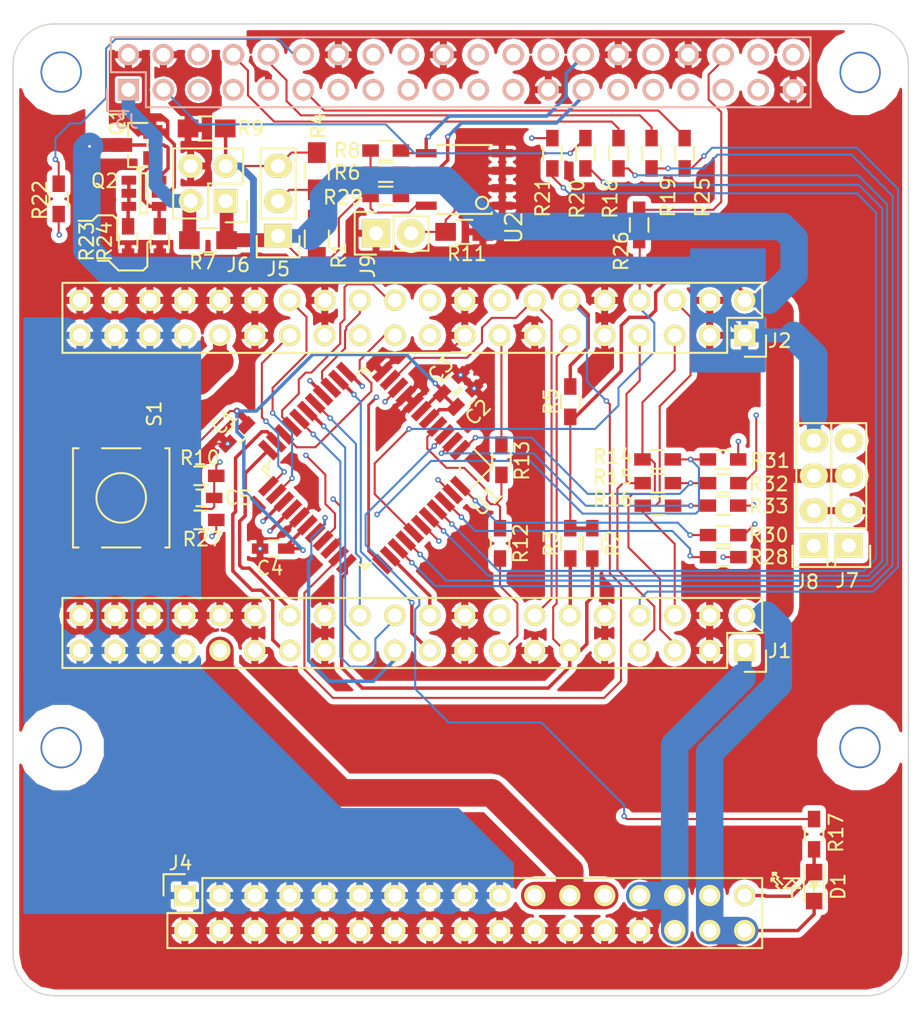
<source format=kicad_pcb>
(kicad_pcb (version 4) (host pcbnew 4.0.4-stable)
  (layers (0 F.Cu signal) (1 In1.Cu signal) (2 In2.Cu signal hide) (31 B.Cu signal) (34 B.Paste user) (35 F.Paste user) (36 B.SilkS user hide) (37 F.SilkS user) (38 B.Mask user) (39 F.Mask user) (44 Edge.Cuts user))
  (net 0 "")
  (net 1 P12V)
  (net 2 P5V)
  (net 3 P3V3)
  (net 4 GND)
  (net 5 PVIN)
  (net 6 /SYSMCU_RESET)
  (net 7 /PWR_IO)
  (net 8 /SPI_MISO_r)
  (net 9 /SPI_SCLK_r)
  (net 10 /SPI_MOSI_r)
  (net 11 /SPI_CS_M0)
  (net 12 /I2C_SDA)
  (net 13 /I2C_SCL_M0)
  (net 14 /RESETN)
  (net 15 /SYSCLKH_M0)
  (net 16 /M0P0)
  (net 17 /M0P1)
  (net 18 /M0D0)
  (net 19 /M0D1)
  (net 20 /M0D2)
  (net 21 /M0D3)
  (net 22 /M0A0)
  (net 23 /M0A1)
  (net 24 /SPI_CS_M1)
  (net 25 /I2C_SCL_M1)
  (net 26 /SYSCLKH_M1)
  (net 27 /M1P0)
  (net 28 /M1P1)
  (net 29 /M1D0)
  (net 30 /M1D1)
  (net 31 /M1D2)
  (net 32 /M1D3)
  (net 33 /M1A0)
  (net 34 /M1A1)
  (net 35 /P3V3_HATIN)
  (net 36 /P5V_HATOUT)
  (net 37 /SYSMCU_D0_r)
  (net 38 /P5V_HATIN)
  (net 39 /SYSMCU_D1_r)
  (net 40 /SYSMCU_UART_RX_r)
  (net 41 /SYSMCU_UART_TX_r)
  (net 42 /SPI_CS_M0_r)
  (net 43 /SYSMCU_SPI_CS_r)
  (net 44 /SYSMCU_SWD_CLK_r)
  (net 45 /SYSMCU_RESET_r)
  (net 46 /SYSMCU_SWD_DIO_r)
  (net 47 /ID_SD_EEPROM)
  (net 48 /ID_SC_EEPROM)
  (net 49 /SPI_CS_M1_r)
  (net 50 /SA0)
  (net 51 /SA1)
  (net 52 /EP_WP)
  (net 53 "Net-(Q1-Pad1)")
  (net 54 "Net-(Q2-Pad1)")
  (net 55 /SYSCLKH)
  (net 56 /SPI_MISO)
  (net 57 /SPI_MOSI)
  (net 58 /SPI_SCLK)
  (net 59 /SYSMCU_LED0)
  (net 60 /SYSMCU_UART_RX)
  (net 61 /SYSMCU_UART_TX)
  (net 62 /SYSMCU_D0)
  (net 63 /SYSMCU_D1)
  (net 64 /SYSMCU_SPI_CS)
  (net 65 /SYSMCU_SWD_CLK)
  (net 66 /SYSMCU_SWD_DIO)
  (net 67 VDD)
  (net 68 /SPI_MISO_rb)
  (net 69 /SPI_MOSI_rb)
  (net 70 /SPI_SCLK_rb)
  (module proj_footprints:Socket_Strip_Straight_2x20_small_pads (layer F.Cu) (at 131.66 83.41 180)
    (fp_text reference J2 (at -2.54 -0.39 180) (layer F.SilkS))
    (fp_text value OX40)
    (pad 1 thru_hole rect (at 0 0 180) (size 1.55 1.55) (drill 1.016) (layers *.Cu *.Mask F.SilkS) (net 2 P5V))
    (pad 2 thru_hole oval (at 0 2.54 180) (size 1.55 1.55) (drill 1.016) (layers *.Cu *.Mask F.SilkS) (net 3 P3V3))
    (pad 3 thru_hole oval (at 2.54 0 180) (size 1.55 1.55) (drill 1.016) (layers *.Cu *.Mask F.SilkS) (net 4 GND))
    (pad 4 thru_hole oval (at 2.54 2.54 180) (size 1.55 1.55) (drill 1.016) (layers *.Cu *.Mask F.SilkS) (net 4 GND))
    (pad 5 thru_hole oval (at 5.08 0 180) (size 1.55 1.55) (drill 1.016) (layers *.Cu *.Mask F.SilkS) (net 8 /SPI_MISO_r))
    (pad 6 thru_hole oval (at 5.08 2.54 180) (size 1.55 1.55) (drill 1.016) (layers *.Cu *.Mask F.SilkS) (net 9 /SPI_SCLK_r))
    (pad 7 thru_hole oval (at 7.62 0 180) (size 1.55 1.55) (drill 1.016) (layers *.Cu *.Mask F.SilkS) (net 10 /SPI_MOSI_r))
    (pad 8 thru_hole oval (at 7.62 2.54 180) (size 1.55 1.55) (drill 1.016) (layers *.Cu *.Mask F.SilkS) (net 24 /SPI_CS_M1))
    (pad 9 thru_hole oval (at 10.16 0 180) (size 1.55 1.55) (drill 1.016) (layers *.Cu *.Mask F.SilkS) (net 4 GND))
    (pad 10 thru_hole oval (at 10.16 2.54 180) (size 1.55 1.55) (drill 1.016) (layers *.Cu *.Mask F.SilkS) (net 4 GND))
    (pad 11 thru_hole oval (at 12.7 0 180) (size 1.55 1.55) (drill 1.016) (layers *.Cu *.Mask F.SilkS) (net 12 /I2C_SDA))
    (pad 12 thru_hole oval (at 12.7 2.54 180) (size 1.55 1.55) (drill 1.016) (layers *.Cu *.Mask F.SilkS) (net 25 /I2C_SCL_M1))
    (pad 13 thru_hole oval (at 15.24 0 180) (size 1.55 1.55) (drill 1.016) (layers *.Cu *.Mask F.SilkS) (net 4 GND))
    (pad 14 thru_hole oval (at 15.24 2.54 180) (size 1.55 1.55) (drill 1.016) (layers *.Cu *.Mask F.SilkS) (net 14 /RESETN))
    (pad 15 thru_hole oval (at 17.78 0 180) (size 1.55 1.55) (drill 1.016) (layers *.Cu *.Mask F.SilkS) (net 26 /SYSCLKH_M1))
    (pad 16 thru_hole oval (at 17.78 2.54 180) (size 1.55 1.55) (drill 1.016) (layers *.Cu *.Mask F.SilkS))
    (pad 17 thru_hole oval (at 20.32 0 180) (size 1.55 1.55) (drill 1.016) (layers *.Cu *.Mask F.SilkS) (net 4 GND))
    (pad 18 thru_hole oval (at 20.32 2.54 180) (size 1.55 1.55) (drill 1.016) (layers *.Cu *.Mask F.SilkS) (net 4 GND))
    (pad 19 thru_hole oval (at 22.86 0 180) (size 1.55 1.55) (drill 1.016) (layers *.Cu *.Mask F.SilkS) (net 27 /M1P0))
    (pad 20 thru_hole oval (at 22.86 2.54 180) (size 1.55 1.55) (drill 1.016) (layers *.Cu *.Mask F.SilkS) (net 28 /M1P1))
    (pad 21 thru_hole oval (at 25.4 0 180) (size 1.55 1.55) (drill 1.016) (layers *.Cu *.Mask F.SilkS) (net 29 /M1D0))
    (pad 22 thru_hole oval (at 25.4 2.54 180) (size 1.55 1.55) (drill 1.016) (layers *.Cu *.Mask F.SilkS) (net 30 /M1D1))
    (pad 23 thru_hole oval (at 27.94 0 180) (size 1.55 1.55) (drill 1.016) (layers *.Cu *.Mask F.SilkS) (net 31 /M1D2))
    (pad 24 thru_hole oval (at 27.94 2.54 180) (size 1.55 1.55) (drill 1.016) (layers *.Cu *.Mask F.SilkS) (net 32 /M1D3))
    (pad 25 thru_hole oval (at 30.48 0 180) (size 1.55 1.55) (drill 1.016) (layers *.Cu *.Mask F.SilkS) (net 4 GND))
    (pad 26 thru_hole oval (at 30.48 2.54 180) (size 1.55 1.55) (drill 1.016) (layers *.Cu *.Mask F.SilkS) (net 4 GND))
    (pad 27 thru_hole oval (at 33.02 0 180) (size 1.55 1.55) (drill 1.016) (layers *.Cu *.Mask F.SilkS) (net 33 /M1A0))
    (pad 28 thru_hole oval (at 33.02 2.54 180) (size 1.55 1.55) (drill 1.016) (layers *.Cu *.Mask F.SilkS) (net 34 /M1A1))
    (pad 29 thru_hole oval (at 35.56 0 180) (size 1.55 1.55) (drill 1.016) (layers *.Cu *.Mask F.SilkS) (net 4 GND))
    (pad 30 thru_hole oval (at 35.56 2.54 180) (size 1.55 1.55) (drill 1.016) (layers *.Cu *.Mask F.SilkS) (net 4 GND))
    (pad 31 thru_hole oval (at 38.1 0 180) (size 1.55 1.55) (drill 1.016) (layers *.Cu *.Mask F.SilkS) (net 1 P12V))
    (pad 32 thru_hole oval (at 38.1 2.54 180) (size 1.55 1.55) (drill 1.016) (layers *.Cu *.Mask F.SilkS) (net 4 GND))
    (pad 33 thru_hole oval (at 40.64 0 180) (size 1.55 1.55) (drill 1.016) (layers *.Cu *.Mask F.SilkS) (net 5 PVIN))
    (pad 34 thru_hole oval (at 40.64 2.54 180) (size 1.55 1.55) (drill 1.016) (layers *.Cu *.Mask F.SilkS) (net 4 GND))
    (pad 35 thru_hole oval (at 43.18 0 180) (size 1.55 1.55) (drill 1.016) (layers *.Cu *.Mask F.SilkS) (net 5 PVIN))
    (pad 36 thru_hole oval (at 43.18 2.54 180) (size 1.55 1.55) (drill 1.016) (layers *.Cu *.Mask F.SilkS) (net 4 GND))
    (pad 37 thru_hole oval (at 45.72 0 180) (size 1.55 1.55) (drill 1.016) (layers *.Cu *.Mask F.SilkS) (net 5 PVIN))
    (pad 38 thru_hole oval (at 45.72 2.54 180) (size 1.55 1.55) (drill 1.016) (layers *.Cu *.Mask F.SilkS) (net 4 GND))
    (pad 39 thru_hole oval (at 48.26 0 180) (size 1.55 1.55) (drill 1.016) (layers *.Cu *.Mask F.SilkS) (net 5 PVIN))
    (pad 40 thru_hole oval (at 48.26 2.54 180) (size 1.55 1.55) (drill 1.016) (layers *.Cu *.Mask F.SilkS) (net 4 GND))
  )
  (module Capacitors_SMD:C_0603_HandSoldering (layer F.Cu) (at 94.8 90.6 225)
    (fp_text reference C1 (at 0 1.272792 225) (layer F.SilkS))
    (fp_text value 3.3uF)
    (pad 1 smd rect (at -0.95 0 225) (size 1.2 0.75) (layers F.Cu F.Paste F.Mask) (net 67 VDD))
    (pad 2 smd rect (at 0.95 0 225) (size 1.2 0.75) (layers F.Cu F.Paste F.Mask) (net 4 GND))
  )
  (module Capacitors_SMD:C_0603_HandSoldering (layer F.Cu) (at 111.35 87.93 45)
    (fp_text reference C2 (at -0.084853 1.428356 45) (layer F.SilkS))
    (fp_text value 0.1uF)
    (pad 1 smd rect (at -0.95 0 45) (size 1.2 0.75) (layers F.Cu F.Paste F.Mask) (net 67 VDD))
    (pad 2 smd rect (at 0.95 0 45) (size 1.2 0.75) (layers F.Cu F.Paste F.Mask) (net 4 GND))
  )
  (module Capacitors_SMD:C_0603_HandSoldering (layer F.Cu) (at 110.36 86.95 45)
    (fp_text reference C3 (at 0.205061 -1.279863 45) (layer F.SilkS))
    (fp_text value 0.1uF)
    (pad 1 smd rect (at -0.95 0 45) (size 1.2 0.75) (layers F.Cu F.Paste F.Mask) (net 67 VDD))
    (pad 2 smd rect (at 0.95 0 45) (size 1.2 0.75) (layers F.Cu F.Paste F.Mask) (net 4 GND))
  )
  (module Capacitors_SMD:C_0603_HandSoldering (layer F.Cu) (at 97.43 98.88 180)
    (fp_text reference C4 (at 0.23 -1.42 180) (layer F.SilkS))
    (fp_text value 0.1uF)
    (pad 1 smd rect (at -0.95 0 180) (size 1.2 0.75) (layers F.Cu F.Paste F.Mask) (net 67 VDD))
    (pad 2 smd rect (at 0.95 0 180) (size 1.2 0.75) (layers F.Cu F.Paste F.Mask) (net 4 GND))
  )
  (module Capacitors_SMD:C_0603_HandSoldering (layer F.Cu) (at 92.2 95.2 180)
    (fp_text reference C5 (at -2.7 0 180) (layer F.SilkS))
    (fp_text value 0.1uF)
    (pad 1 smd rect (at -0.95 0 180) (size 1.2 0.75) (layers F.Cu F.Paste F.Mask) (net 6 /SYSMCU_RESET))
    (pad 2 smd rect (at 0.95 0 180) (size 1.2 0.75) (layers F.Cu F.Paste F.Mask) (net 4 GND))
  )
  (module proj_footprints:LED_0805 (layer F.Cu) (at 136.7 123.4 270)
    (fp_text reference D1 (at 0 -1.75 270) (layer F.SilkS))
    (fp_text value LTST-C171GKT)
    (pad 2 smd rect (at 1.04902 0 90) (size 1.19888 1.19888) (layers F.Cu F.Paste F.Mask) (net 3 P3V3))
    (pad 1 smd rect (at -1.04902 0 90) (size 1.19888 1.19888) (layers F.Cu F.Paste F.Mask) (net 7 /PWR_IO))
  )
  (module proj_footprints:Socket_Strip_Straight_2x20_small_pads (layer F.Cu) (at 131.66 106.27 180)
    (fp_text reference J1 (at -2.54 -0.03 180) (layer F.SilkS))
    (fp_text value OX40)
    (pad 1 thru_hole rect (at 0 0 180) (size 1.55 1.55) (drill 1.016) (layers *.Cu *.Mask F.SilkS) (net 2 P5V))
    (pad 2 thru_hole oval (at 0 2.54 180) (size 1.55 1.55) (drill 1.016) (layers *.Cu *.Mask F.SilkS) (net 3 P3V3))
    (pad 3 thru_hole oval (at 2.54 0 180) (size 1.55 1.55) (drill 1.016) (layers *.Cu *.Mask F.SilkS) (net 4 GND))
    (pad 4 thru_hole oval (at 2.54 2.54 180) (size 1.55 1.55) (drill 1.016) (layers *.Cu *.Mask F.SilkS) (net 4 GND))
    (pad 5 thru_hole oval (at 5.08 0 180) (size 1.55 1.55) (drill 1.016) (layers *.Cu *.Mask F.SilkS) (net 8 /SPI_MISO_r))
    (pad 6 thru_hole oval (at 5.08 2.54 180) (size 1.55 1.55) (drill 1.016) (layers *.Cu *.Mask F.SilkS) (net 9 /SPI_SCLK_r))
    (pad 7 thru_hole oval (at 7.62 0 180) (size 1.55 1.55) (drill 1.016) (layers *.Cu *.Mask F.SilkS) (net 10 /SPI_MOSI_r))
    (pad 8 thru_hole oval (at 7.62 2.54 180) (size 1.55 1.55) (drill 1.016) (layers *.Cu *.Mask F.SilkS) (net 11 /SPI_CS_M0))
    (pad 9 thru_hole oval (at 10.16 0 180) (size 1.55 1.55) (drill 1.016) (layers *.Cu *.Mask F.SilkS) (net 4 GND))
    (pad 10 thru_hole oval (at 10.16 2.54 180) (size 1.55 1.55) (drill 1.016) (layers *.Cu *.Mask F.SilkS) (net 4 GND))
    (pad 11 thru_hole oval (at 12.7 0 180) (size 1.55 1.55) (drill 1.016) (layers *.Cu *.Mask F.SilkS) (net 12 /I2C_SDA))
    (pad 12 thru_hole oval (at 12.7 2.54 180) (size 1.55 1.55) (drill 1.016) (layers *.Cu *.Mask F.SilkS) (net 13 /I2C_SCL_M0))
    (pad 13 thru_hole oval (at 15.24 0 180) (size 1.55 1.55) (drill 1.016) (layers *.Cu *.Mask F.SilkS) (net 4 GND))
    (pad 14 thru_hole oval (at 15.24 2.54 180) (size 1.55 1.55) (drill 1.016) (layers *.Cu *.Mask F.SilkS) (net 14 /RESETN))
    (pad 15 thru_hole oval (at 17.78 0 180) (size 1.55 1.55) (drill 1.016) (layers *.Cu *.Mask F.SilkS) (net 15 /SYSCLKH_M0))
    (pad 16 thru_hole oval (at 17.78 2.54 180) (size 1.55 1.55) (drill 1.016) (layers *.Cu *.Mask F.SilkS))
    (pad 17 thru_hole oval (at 20.32 0 180) (size 1.55 1.55) (drill 1.016) (layers *.Cu *.Mask F.SilkS) (net 4 GND))
    (pad 18 thru_hole oval (at 20.32 2.54 180) (size 1.55 1.55) (drill 1.016) (layers *.Cu *.Mask F.SilkS) (net 4 GND))
    (pad 19 thru_hole oval (at 22.86 0 180) (size 1.55 1.55) (drill 1.016) (layers *.Cu *.Mask F.SilkS) (net 16 /M0P0))
    (pad 20 thru_hole oval (at 22.86 2.54 180) (size 1.55 1.55) (drill 1.016) (layers *.Cu *.Mask F.SilkS) (net 17 /M0P1))
    (pad 21 thru_hole oval (at 25.4 0 180) (size 1.55 1.55) (drill 1.016) (layers *.Cu *.Mask F.SilkS) (net 18 /M0D0))
    (pad 22 thru_hole oval (at 25.4 2.54 180) (size 1.55 1.55) (drill 1.016) (layers *.Cu *.Mask F.SilkS) (net 19 /M0D1))
    (pad 23 thru_hole oval (at 27.94 0 180) (size 1.55 1.55) (drill 1.016) (layers *.Cu *.Mask F.SilkS) (net 20 /M0D2))
    (pad 24 thru_hole oval (at 27.94 2.54 180) (size 1.55 1.55) (drill 1.016) (layers *.Cu *.Mask F.SilkS) (net 21 /M0D3))
    (pad 25 thru_hole oval (at 30.48 0 180) (size 1.55 1.55) (drill 1.016) (layers *.Cu *.Mask F.SilkS) (net 4 GND))
    (pad 26 thru_hole oval (at 30.48 2.54 180) (size 1.55 1.55) (drill 1.016) (layers *.Cu *.Mask F.SilkS) (net 4 GND))
    (pad 27 thru_hole oval (at 33.02 0 180) (size 1.55 1.55) (drill 1.016) (layers *.Cu *.Mask F.SilkS) (net 22 /M0A0))
    (pad 28 thru_hole oval (at 33.02 2.54 180) (size 1.55 1.55) (drill 1.016) (layers *.Cu *.Mask F.SilkS) (net 23 /M0A1))
    (pad 29 thru_hole oval (at 35.56 0 180) (size 1.55 1.55) (drill 1.016) (layers *.Cu *.Mask F.SilkS) (net 4 GND))
    (pad 30 thru_hole oval (at 35.56 2.54 180) (size 1.55 1.55) (drill 1.016) (layers *.Cu *.Mask F.SilkS) (net 4 GND))
    (pad 31 thru_hole oval (at 38.1 0 180) (size 1.55 1.55) (drill 1.016) (layers *.Cu *.Mask F.SilkS) (net 1 P12V))
    (pad 32 thru_hole oval (at 38.1 2.54 180) (size 1.55 1.55) (drill 1.016) (layers *.Cu *.Mask F.SilkS) (net 4 GND))
    (pad 33 thru_hole oval (at 40.64 0 180) (size 1.55 1.55) (drill 1.016) (layers *.Cu *.Mask F.SilkS) (net 5 PVIN))
    (pad 34 thru_hole oval (at 40.64 2.54 180) (size 1.55 1.55) (drill 1.016) (layers *.Cu *.Mask F.SilkS) (net 4 GND))
    (pad 35 thru_hole oval (at 43.18 0 180) (size 1.55 1.55) (drill 1.016) (layers *.Cu *.Mask F.SilkS) (net 5 PVIN))
    (pad 36 thru_hole oval (at 43.18 2.54 180) (size 1.55 1.55) (drill 1.016) (layers *.Cu *.Mask F.SilkS) (net 4 GND))
    (pad 37 thru_hole oval (at 45.72 0 180) (size 1.55 1.55) (drill 1.016) (layers *.Cu *.Mask F.SilkS) (net 5 PVIN))
    (pad 38 thru_hole oval (at 45.72 2.54 180) (size 1.55 1.55) (drill 1.016) (layers *.Cu *.Mask F.SilkS) (net 4 GND))
    (pad 39 thru_hole oval (at 48.26 0 180) (size 1.55 1.55) (drill 1.016) (layers *.Cu *.Mask F.SilkS) (net 5 PVIN))
    (pad 40 thru_hole oval (at 48.26 2.54 180) (size 1.55 1.55) (drill 1.016) (layers *.Cu *.Mask F.SilkS) (net 4 GND))
  )
  (module proj_footprints:Socket_Strip_Straight_2x20_small_pads (layer B.Cu) (at 86.92 65.59)
    (fp_text reference J3 (at -0.12 2.31) (layer B.SilkS) (effects (justify mirror)))
    (fp_text value OX40HAT)
    (pad 1 thru_hole rect (at 0 0) (size 1.55 1.55) (drill 1.016) (layers *.Cu *.Mask B.SilkS) (net 35 /P3V3_HATIN))
    (pad 2 thru_hole oval (at 0 -2.54) (size 1.55 1.55) (drill 1.016) (layers *.Cu *.Mask B.SilkS) (net 36 /P5V_HATOUT))
    (pad 3 thru_hole oval (at 2.54 0) (size 1.55 1.55) (drill 1.016) (layers *.Cu *.Mask B.SilkS) (net 37 /SYSMCU_D0_r))
    (pad 4 thru_hole oval (at 2.54 -2.54) (size 1.55 1.55) (drill 1.016) (layers *.Cu *.Mask B.SilkS) (net 38 /P5V_HATIN))
    (pad 5 thru_hole oval (at 5.08 0) (size 1.55 1.55) (drill 1.016) (layers *.Cu *.Mask B.SilkS) (net 39 /SYSMCU_D1_r))
    (pad 6 thru_hole oval (at 5.08 -2.54) (size 1.55 1.55) (drill 1.016) (layers *.Cu *.Mask B.SilkS) (net 4 GND))
    (pad 7 thru_hole oval (at 7.62 0) (size 1.55 1.55) (drill 1.016) (layers *.Cu *.Mask B.SilkS))
    (pad 8 thru_hole oval (at 7.62 -2.54) (size 1.55 1.55) (drill 1.016) (layers *.Cu *.Mask B.SilkS) (net 40 /SYSMCU_UART_RX_r))
    (pad 9 thru_hole oval (at 10.16 0) (size 1.55 1.55) (drill 1.016) (layers *.Cu *.Mask B.SilkS) (net 4 GND))
    (pad 10 thru_hole oval (at 10.16 -2.54) (size 1.55 1.55) (drill 1.016) (layers *.Cu *.Mask B.SilkS) (net 41 /SYSMCU_UART_TX_r))
    (pad 11 thru_hole oval (at 12.7 0) (size 1.55 1.55) (drill 1.016) (layers *.Cu *.Mask B.SilkS) (net 42 /SPI_CS_M0_r))
    (pad 12 thru_hole oval (at 12.7 -2.54) (size 1.55 1.55) (drill 1.016) (layers *.Cu *.Mask B.SilkS) (net 43 /SYSMCU_SPI_CS_r))
    (pad 13 thru_hole oval (at 15.24 0) (size 1.55 1.55) (drill 1.016) (layers *.Cu *.Mask B.SilkS))
    (pad 14 thru_hole oval (at 15.24 -2.54) (size 1.55 1.55) (drill 1.016) (layers *.Cu *.Mask B.SilkS) (net 4 GND))
    (pad 15 thru_hole oval (at 17.78 0) (size 1.55 1.55) (drill 1.016) (layers *.Cu *.Mask B.SilkS))
    (pad 16 thru_hole oval (at 17.78 -2.54) (size 1.55 1.55) (drill 1.016) (layers *.Cu *.Mask B.SilkS))
    (pad 17 thru_hole oval (at 20.32 0) (size 1.55 1.55) (drill 1.016) (layers *.Cu *.Mask B.SilkS))
    (pad 18 thru_hole oval (at 20.32 -2.54) (size 1.55 1.55) (drill 1.016) (layers *.Cu *.Mask B.SilkS))
    (pad 19 thru_hole oval (at 22.86 0) (size 1.55 1.55) (drill 1.016) (layers *.Cu *.Mask B.SilkS))
    (pad 20 thru_hole oval (at 22.86 -2.54) (size 1.55 1.55) (drill 1.016) (layers *.Cu *.Mask B.SilkS) (net 4 GND))
    (pad 21 thru_hole oval (at 25.4 0) (size 1.55 1.55) (drill 1.016) (layers *.Cu *.Mask B.SilkS))
    (pad 22 thru_hole oval (at 25.4 -2.54) (size 1.55 1.55) (drill 1.016) (layers *.Cu *.Mask B.SilkS) (net 44 /SYSMCU_SWD_CLK_r))
    (pad 23 thru_hole oval (at 27.94 0) (size 1.55 1.55) (drill 1.016) (layers *.Cu *.Mask B.SilkS))
    (pad 24 thru_hole oval (at 27.94 -2.54) (size 1.55 1.55) (drill 1.016) (layers *.Cu *.Mask B.SilkS) (net 45 /SYSMCU_RESET_r))
    (pad 25 thru_hole oval (at 30.48 0) (size 1.55 1.55) (drill 1.016) (layers *.Cu *.Mask B.SilkS) (net 4 GND))
    (pad 26 thru_hole oval (at 30.48 -2.54) (size 1.55 1.55) (drill 1.016) (layers *.Cu *.Mask B.SilkS) (net 46 /SYSMCU_SWD_DIO_r))
    (pad 27 thru_hole oval (at 33.02 0) (size 1.55 1.55) (drill 1.016) (layers *.Cu *.Mask B.SilkS) (net 47 /ID_SD_EEPROM))
    (pad 28 thru_hole oval (at 33.02 -2.54) (size 1.55 1.55) (drill 1.016) (layers *.Cu *.Mask B.SilkS) (net 48 /ID_SC_EEPROM))
    (pad 29 thru_hole oval (at 35.56 0) (size 1.55 1.55) (drill 1.016) (layers *.Cu *.Mask B.SilkS))
    (pad 30 thru_hole oval (at 35.56 -2.54) (size 1.55 1.55) (drill 1.016) (layers *.Cu *.Mask B.SilkS) (net 4 GND))
    (pad 31 thru_hole oval (at 38.1 0) (size 1.55 1.55) (drill 1.016) (layers *.Cu *.Mask B.SilkS))
    (pad 32 thru_hole oval (at 38.1 -2.54) (size 1.55 1.55) (drill 1.016) (layers *.Cu *.Mask B.SilkS))
    (pad 33 thru_hole oval (at 40.64 0) (size 1.55 1.55) (drill 1.016) (layers *.Cu *.Mask B.SilkS))
    (pad 34 thru_hole oval (at 40.64 -2.54) (size 1.55 1.55) (drill 1.016) (layers *.Cu *.Mask B.SilkS) (net 4 GND))
    (pad 35 thru_hole oval (at 43.18 0) (size 1.55 1.55) (drill 1.016) (layers *.Cu *.Mask B.SilkS) (net 68 /SPI_MISO_rb))
    (pad 36 thru_hole oval (at 43.18 -2.54) (size 1.55 1.55) (drill 1.016) (layers *.Cu *.Mask B.SilkS) (net 49 /SPI_CS_M1_r))
    (pad 37 thru_hole oval (at 45.72 0) (size 1.55 1.55) (drill 1.016) (layers *.Cu *.Mask B.SilkS))
    (pad 38 thru_hole oval (at 45.72 -2.54) (size 1.55 1.55) (drill 1.016) (layers *.Cu *.Mask B.SilkS) (net 69 /SPI_MOSI_rb))
    (pad 39 thru_hole oval (at 48.26 0) (size 1.55 1.55) (drill 1.016) (layers *.Cu *.Mask B.SilkS) (net 4 GND))
    (pad 40 thru_hole oval (at 48.26 -2.54) (size 1.55 1.55) (drill 1.016) (layers *.Cu *.Mask B.SilkS) (net 70 /SPI_SCLK_rb))
  )
  (module proj_footprints:Socket_Strip_Straight_2x17_small_pads (layer F.Cu) (at 91.02 124.05)
    (fp_text reference J4 (at -0.32 -2.35) (layer F.SilkS))
    (fp_text value OCX34)
    (pad 1 thru_hole rect (at 0 0) (size 1.55 1.55) (drill 1.016) (layers *.Cu *.Mask F.SilkS) (net 5 PVIN))
    (pad 2 thru_hole oval (at 0 2.54) (size 1.55 1.55) (drill 1.016) (layers *.Cu *.Mask F.SilkS) (net 4 GND))
    (pad 3 thru_hole oval (at 2.54 0) (size 1.55 1.55) (drill 1.016) (layers *.Cu *.Mask F.SilkS) (net 5 PVIN))
    (pad 4 thru_hole oval (at 2.54 2.54) (size 1.55 1.55) (drill 1.016) (layers *.Cu *.Mask F.SilkS) (net 4 GND))
    (pad 5 thru_hole oval (at 5.08 0) (size 1.55 1.55) (drill 1.016) (layers *.Cu *.Mask F.SilkS) (net 5 PVIN))
    (pad 6 thru_hole oval (at 5.08 2.54) (size 1.55 1.55) (drill 1.016) (layers *.Cu *.Mask F.SilkS) (net 4 GND))
    (pad 7 thru_hole oval (at 7.62 0) (size 1.55 1.55) (drill 1.016) (layers *.Cu *.Mask F.SilkS) (net 5 PVIN))
    (pad 8 thru_hole oval (at 7.62 2.54) (size 1.55 1.55) (drill 1.016) (layers *.Cu *.Mask F.SilkS) (net 4 GND))
    (pad 9 thru_hole oval (at 10.16 0) (size 1.55 1.55) (drill 1.016) (layers *.Cu *.Mask F.SilkS) (net 5 PVIN))
    (pad 10 thru_hole oval (at 10.16 2.54) (size 1.55 1.55) (drill 1.016) (layers *.Cu *.Mask F.SilkS) (net 4 GND))
    (pad 11 thru_hole oval (at 12.7 0) (size 1.55 1.55) (drill 1.016) (layers *.Cu *.Mask F.SilkS) (net 5 PVIN))
    (pad 12 thru_hole oval (at 12.7 2.54) (size 1.55 1.55) (drill 1.016) (layers *.Cu *.Mask F.SilkS) (net 4 GND))
    (pad 13 thru_hole oval (at 15.24 0) (size 1.55 1.55) (drill 1.016) (layers *.Cu *.Mask F.SilkS) (net 5 PVIN))
    (pad 14 thru_hole oval (at 15.24 2.54) (size 1.55 1.55) (drill 1.016) (layers *.Cu *.Mask F.SilkS) (net 4 GND))
    (pad 15 thru_hole oval (at 17.78 0) (size 1.55 1.55) (drill 1.016) (layers *.Cu *.Mask F.SilkS) (net 5 PVIN))
    (pad 16 thru_hole oval (at 17.78 2.54) (size 1.55 1.55) (drill 1.016) (layers *.Cu *.Mask F.SilkS) (net 4 GND))
    (pad 17 thru_hole oval (at 20.32 0) (size 1.55 1.55) (drill 1.016) (layers *.Cu *.Mask F.SilkS) (net 5 PVIN))
    (pad 18 thru_hole oval (at 20.32 2.54) (size 1.55 1.55) (drill 1.016) (layers *.Cu *.Mask F.SilkS) (net 4 GND))
    (pad 19 thru_hole oval (at 22.86 0) (size 1.55 1.55) (drill 1.016) (layers *.Cu *.Mask F.SilkS) (net 5 PVIN))
    (pad 20 thru_hole oval (at 22.86 2.54) (size 1.55 1.55) (drill 1.016) (layers *.Cu *.Mask F.SilkS) (net 4 GND))
    (pad 21 thru_hole oval (at 25.4 0) (size 1.55 1.55) (drill 1.016) (layers *.Cu *.Mask F.SilkS) (net 1 P12V))
    (pad 22 thru_hole oval (at 25.4 2.54) (size 1.55 1.55) (drill 1.016) (layers *.Cu *.Mask F.SilkS) (net 4 GND))
    (pad 23 thru_hole oval (at 27.94 0) (size 1.55 1.55) (drill 1.016) (layers *.Cu *.Mask F.SilkS) (net 1 P12V))
    (pad 24 thru_hole oval (at 27.94 2.54) (size 1.55 1.55) (drill 1.016) (layers *.Cu *.Mask F.SilkS) (net 4 GND))
    (pad 25 thru_hole oval (at 30.48 0) (size 1.55 1.55) (drill 1.016) (layers *.Cu *.Mask F.SilkS) (net 1 P12V))
    (pad 26 thru_hole oval (at 30.48 2.54) (size 1.55 1.55) (drill 1.016) (layers *.Cu *.Mask F.SilkS) (net 4 GND))
    (pad 27 thru_hole oval (at 33.02 0) (size 1.55 1.55) (drill 1.016) (layers *.Cu *.Mask F.SilkS) (net 2 P5V))
    (pad 28 thru_hole oval (at 33.02 2.54) (size 1.55 1.55) (drill 1.016) (layers *.Cu *.Mask F.SilkS) (net 4 GND))
    (pad 29 thru_hole oval (at 35.56 0) (size 1.55 1.55) (drill 1.016) (layers *.Cu *.Mask F.SilkS) (net 2 P5V))
    (pad 30 thru_hole oval (at 35.56 2.54) (size 1.55 1.55) (drill 1.016) (layers *.Cu *.Mask F.SilkS) (net 2 P5V))
    (pad 31 thru_hole oval (at 38.1 0) (size 1.55 1.55) (drill 1.016) (layers *.Cu *.Mask F.SilkS) (net 3 P3V3))
    (pad 32 thru_hole oval (at 38.1 2.54) (size 1.55 1.55) (drill 1.016) (layers *.Cu *.Mask F.SilkS) (net 3 P3V3))
    (pad 33 thru_hole oval (at 40.64 0) (size 1.55 1.55) (drill 1.016) (layers *.Cu *.Mask F.SilkS) (net 7 /PWR_IO))
    (pad 34 thru_hole oval (at 40.64 2.54) (size 1.55 1.55) (drill 1.016) (layers *.Cu *.Mask F.SilkS) (net 3 P3V3))
  )
  (module Pin_Headers:Pin_Header_Straight_1x03 (layer F.Cu) (at 97.79 76.2 180)
    (fp_text reference J5 (at -0.01 -2.4 180) (layer F.SilkS))
    (fp_text value CONN_01X03)
    (pad 1 thru_hole rect (at 0 0 180) (size 2.032 1.7272) (drill 1.016) (layers *.Cu *.Mask F.SilkS) (net 3 P3V3))
    (pad 2 thru_hole oval (at 0 2.54 180) (size 2.032 1.7272) (drill 1.016) (layers *.Cu *.Mask F.SilkS) (net 67 VDD))
    (pad 3 thru_hole oval (at 0 5.08 180) (size 2.032 1.7272) (drill 1.016) (layers *.Cu *.Mask F.SilkS) (net 2 P5V))
  )
  (module Pin_Headers:Pin_Header_Straight_2x02 (layer F.Cu) (at 93.98 73.66 180)
    (fp_text reference J6 (at -0.92 -4.64 180) (layer F.SilkS))
    (fp_text value CONN_02X02)
    (pad 1 thru_hole rect (at 0 0 180) (size 1.7272 1.7272) (drill 1.016) (layers *.Cu *.Mask F.SilkS) (net 3 P3V3))
    (pad 2 thru_hole oval (at 2.54 0 180) (size 1.7272 1.7272) (drill 1.016) (layers *.Cu *.Mask F.SilkS) (net 35 /P3V3_HATIN))
    (pad 3 thru_hole oval (at 0 2.54 180) (size 1.7272 1.7272) (drill 1.016) (layers *.Cu *.Mask F.SilkS) (net 2 P5V))
    (pad 4 thru_hole oval (at 2.54 2.54 180) (size 1.7272 1.7272) (drill 1.016) (layers *.Cu *.Mask F.SilkS) (net 38 /P5V_HATIN))
  )
  (module Pin_Headers:Pin_Header_Straight_1x04 (layer F.Cu) (at 139.22 98.665 180)
    (fp_text reference J7 (at 0.12 -2.535 180) (layer F.SilkS))
    (fp_text value CONN_01X04)
    (pad 1 thru_hole rect (at 0 0 180) (size 2.032 1.7272) (drill 1.016) (layers *.Cu *.Mask F.SilkS) (net 50 /SA0))
    (pad 2 thru_hole oval (at 0 2.54 180) (size 2.032 1.7272) (drill 1.016) (layers *.Cu *.Mask F.SilkS) (net 4 GND))
    (pad 3 thru_hole oval (at 0 5.08 180) (size 2.032 1.7272) (drill 1.016) (layers *.Cu *.Mask F.SilkS) (net 3 P3V3))
    (pad 4 thru_hole oval (at 0 7.62 180) (size 2.032 1.7272) (drill 1.016) (layers *.Cu *.Mask F.SilkS) (net 2 P5V))
  )
  (module Pin_Headers:Pin_Header_Straight_1x04 (layer F.Cu) (at 136.68 98.665 180)
    (fp_text reference J8 (at 0.48 -2.635 180) (layer F.SilkS))
    (fp_text value CONN_01X04)
    (pad 1 thru_hole rect (at 0 0 180) (size 2.032 1.7272) (drill 1.016) (layers *.Cu *.Mask F.SilkS) (net 51 /SA1))
    (pad 2 thru_hole oval (at 0 2.54 180) (size 2.032 1.7272) (drill 1.016) (layers *.Cu *.Mask F.SilkS) (net 4 GND))
    (pad 3 thru_hole oval (at 0 5.08 180) (size 2.032 1.7272) (drill 1.016) (layers *.Cu *.Mask F.SilkS) (net 3 P3V3))
    (pad 4 thru_hole oval (at 0 7.62 180) (size 2.032 1.7272) (drill 1.016) (layers *.Cu *.Mask F.SilkS) (net 2 P5V))
  )
  (module Pin_Headers:Pin_Header_Straight_1x02 (layer F.Cu) (at 104.9 76 90)
    (fp_text reference J9 (at -2.4 -0.6 90) (layer F.SilkS))
    (fp_text value CONN_01X02)
    (pad 1 thru_hole rect (at 0 0 90) (size 2.032 2.032) (drill 1.016) (layers *.Cu *.Mask F.SilkS) (net 4 GND))
    (pad 2 thru_hole oval (at 0 2.54 90) (size 2.032 2.032) (drill 1.016) (layers *.Cu *.Mask F.SilkS) (net 52 /EP_WP))
  )
  (module proj_footprints:SOT-23 (layer F.Cu) (at 87.6 69.6 90)
    (fp_text reference Q1 (at 1.7 -1.5 90) (layer F.SilkS))
    (fp_text value DMG2305UX)
    (pad 1 smd rect (at -0.95 1.1 90) (size 1 1.4) (layers F.Cu F.Paste F.Mask) (net 53 "Net-(Q1-Pad1)"))
    (pad 2 smd rect (at 0.95 1.1 90) (size 1 1.4) (layers F.Cu F.Paste F.Mask) (net 36 /P5V_HATOUT))
    (pad 3 smd rect (at 0 -1.1 90) (size 1 1.4) (layers F.Cu F.Paste F.Mask) (net 2 P5V))
  )
  (module proj_footprints:SOT-23-6 (layer F.Cu) (at 88.05 73.1)
    (fp_text reference Q2 (at -2.85 -0.9) (layer F.SilkS))
    (fp_text value DMMT5401)
    (pad 1 smd rect (at -1.1 -0.95) (size 1.06 0.65) (layers F.Cu F.Paste F.Mask) (net 54 "Net-(Q2-Pad1)"))
    (pad 2 smd rect (at -1.1 0) (size 1.06 0.65) (layers F.Cu F.Paste F.Mask) (net 54 "Net-(Q2-Pad1)"))
    (pad 3 smd rect (at -1.1 0.95) (size 1.06 0.65) (layers F.Cu F.Paste F.Mask) (net 54 "Net-(Q2-Pad1)"))
    (pad 4 smd rect (at 1.1 0.95) (size 1.06 0.65) (layers F.Cu F.Paste F.Mask) (net 53 "Net-(Q1-Pad1)"))
    (pad 6 smd rect (at 1.1 -0.95) (size 1.06 0.65) (layers F.Cu F.Paste F.Mask) (net 2 P5V))
    (pad 5 smd rect (at 1.1 0) (size 1.06 0.65) (layers F.Cu F.Paste F.Mask) (net 36 /P5V_HATOUT))
  )
  (module Resistors_SMD:R_0805_HandSoldering (layer F.Cu) (at 100.6 76.4 90)
    (fp_text reference R1 (at -1.2 1.6 90) (layer F.SilkS))
    (fp_text value 0)
    (pad 1 smd rect (at -1.35 0 90) (size 1.5 1.3) (layers F.Cu F.Paste F.Mask) (net 3 P3V3))
    (pad 2 smd rect (at 1.35 0 90) (size 1.5 1.3) (layers F.Cu F.Paste F.Mask) (net 67 VDD))
  )
  (module Resistors_SMD:R_0603_HandSoldering (layer F.Cu) (at 120.6 98.5 270)
    (fp_text reference R2 (at 0 -1.5 270) (layer F.SilkS))
    (fp_text value 4.7K)
    (pad 1 smd rect (at -1.1 0 270) (size 1.2 0.9) (layers F.Cu F.Paste F.Mask) (net 3 P3V3))
    (pad 2 smd rect (at 1.1 0 270) (size 1.2 0.9) (layers F.Cu F.Paste F.Mask) (net 12 /I2C_SDA))
  )
  (module Resistors_SMD:R_0603_HandSoldering (layer F.Cu) (at 119 98.5 270)
    (fp_text reference R3 (at 0 1.4 270) (layer F.SilkS))
    (fp_text value 4.7K)
    (pad 1 smd rect (at -1.1 0 270) (size 1.2 0.9) (layers F.Cu F.Paste F.Mask) (net 3 P3V3))
    (pad 2 smd rect (at 1.1 0 270) (size 1.2 0.9) (layers F.Cu F.Paste F.Mask) (net 13 /I2C_SCL_M0))
  )
  (module Resistors_SMD:R_0805_HandSoldering (layer F.Cu) (at 100.6 71.5 270)
    (fp_text reference R4 (at -3.3 -0.1 270) (layer F.SilkS))
    (fp_text value DNP)
    (pad 1 smd rect (at -1.35 0 270) (size 1.5 1.3) (layers F.Cu F.Paste F.Mask) (net 2 P5V))
    (pad 2 smd rect (at 1.35 0 270) (size 1.5 1.3) (layers F.Cu F.Paste F.Mask) (net 67 VDD))
  )
  (module Resistors_SMD:R_0603_HandSoldering (layer F.Cu) (at 119 88.22 90)
    (fp_text reference R5 (at 0.02 -1.4 90) (layer F.SilkS))
    (fp_text value 4.7K)
    (pad 1 smd rect (at -1.1 0 90) (size 1.2 0.9) (layers F.Cu F.Paste F.Mask) (net 3 P3V3))
    (pad 2 smd rect (at 1.1 0 90) (size 1.2 0.9) (layers F.Cu F.Paste F.Mask) (net 25 /I2C_SCL_M1))
  )
  (module Resistors_SMD:R_0603_HandSoldering (layer F.Cu) (at 105.6 71.6)
    (fp_text reference R6 (at -2.8 0) (layer F.SilkS))
    (fp_text value 3.9K)
    (pad 1 smd rect (at -1.1 0) (size 1.2 0.9) (layers F.Cu F.Paste F.Mask) (net 3 P3V3))
    (pad 2 smd rect (at 1.1 0) (size 1.2 0.9) (layers F.Cu F.Paste F.Mask) (net 47 /ID_SD_EEPROM))
  )
  (module Resistors_SMD:R_0805_HandSoldering (layer F.Cu) (at 92.7 76.5)
    (fp_text reference R7 (at -0.4 1.6) (layer F.SilkS))
    (fp_text value DNP)
    (pad 1 smd rect (at -1.35 0) (size 1.5 1.3) (layers F.Cu F.Paste F.Mask) (net 35 /P3V3_HATIN))
    (pad 2 smd rect (at 1.35 0) (size 1.5 1.3) (layers F.Cu F.Paste F.Mask) (net 3 P3V3))
  )
  (module Resistors_SMD:R_0603_HandSoldering (layer F.Cu) (at 105.6 70)
    (fp_text reference R8 (at -2.8 0) (layer F.SilkS))
    (fp_text value 3.9K)
    (pad 1 smd rect (at -1.1 0) (size 1.2 0.9) (layers F.Cu F.Paste F.Mask) (net 3 P3V3))
    (pad 2 smd rect (at 1.1 0) (size 1.2 0.9) (layers F.Cu F.Paste F.Mask) (net 48 /ID_SC_EEPROM))
  )
  (module Resistors_SMD:R_0805_HandSoldering (layer F.Cu) (at 92.6 68.4)
    (fp_text reference R9 (at 3.2 0) (layer F.SilkS))
    (fp_text value DNP)
    (pad 1 smd rect (at -1.35 0) (size 1.5 1.3) (layers F.Cu F.Paste F.Mask) (net 38 /P5V_HATIN))
    (pad 2 smd rect (at 1.35 0) (size 1.5 1.3) (layers F.Cu F.Paste F.Mask) (net 2 P5V))
  )
  (module Resistors_SMD:R_0603_HandSoldering (layer F.Cu) (at 92.2 93.6 180)
    (fp_text reference R10 (at 0.1 1.3 180) (layer F.SilkS))
    (fp_text value 10K)
    (pad 1 smd rect (at -1.1 0 180) (size 1.2 0.9) (layers F.Cu F.Paste F.Mask) (net 6 /SYSMCU_RESET))
    (pad 2 smd rect (at 1.1 0 180) (size 1.2 0.9) (layers F.Cu F.Paste F.Mask) (net 67 VDD))
  )
  (module Resistors_SMD:R_0805_HandSoldering (layer F.Cu) (at 111.3 75.9)
    (fp_text reference R11 (at 0.2 1.6) (layer F.SilkS))
    (fp_text value DNP)
    (pad 1 smd rect (at -1.35 0) (size 1.5 1.3) (layers F.Cu F.Paste F.Mask) (net 52 /EP_WP))
    (pad 2 smd rect (at 1.35 0) (size 1.5 1.3) (layers F.Cu F.Paste F.Mask) (net 4 GND))
  )
  (module Resistors_SMD:R_0603_HandSoldering (layer F.Cu) (at 113.9 98.5 90)
    (fp_text reference R12 (at 0 1.5 90) (layer F.SilkS))
    (fp_text value 22)
    (pad 1 smd rect (at -1.1 0 90) (size 1.2 0.9) (layers F.Cu F.Paste F.Mask) (net 15 /SYSCLKH_M0))
    (pad 2 smd rect (at 1.1 0 90) (size 1.2 0.9) (layers F.Cu F.Paste F.Mask) (net 55 /SYSCLKH))
  )
  (module Resistors_SMD:R_0603_HandSoldering (layer F.Cu) (at 114 92.43 270)
    (fp_text reference R13 (at 0.07 -1.5 270) (layer F.SilkS))
    (fp_text value 22)
    (pad 1 smd rect (at -1.1 0 270) (size 1.2 0.9) (layers F.Cu F.Paste F.Mask) (net 26 /SYSCLKH_M1))
    (pad 2 smd rect (at 1.1 0 270) (size 1.2 0.9) (layers F.Cu F.Paste F.Mask) (net 55 /SYSCLKH))
  )
  (module Resistors_SMD:R_0603_HandSoldering (layer F.Cu) (at 125.34 92.41)
    (fp_text reference R14 (at -3.24 -0.21) (layer F.SilkS))
    (fp_text value 22)
    (pad 1 smd rect (at -1.1 0) (size 1.2 0.9) (layers F.Cu F.Paste F.Mask) (net 8 /SPI_MISO_r))
    (pad 2 smd rect (at 1.1 0) (size 1.2 0.9) (layers F.Cu F.Paste F.Mask) (net 56 /SPI_MISO))
  )
  (module Resistors_SMD:R_0603_HandSoldering (layer F.Cu) (at 125.35 94.13)
    (fp_text reference R15 (at -3.25 -0.43) (layer F.SilkS))
    (fp_text value 22)
    (pad 1 smd rect (at -1.1 0) (size 1.2 0.9) (layers F.Cu F.Paste F.Mask) (net 10 /SPI_MOSI_r))
    (pad 2 smd rect (at 1.1 0) (size 1.2 0.9) (layers F.Cu F.Paste F.Mask) (net 57 /SPI_MOSI))
  )
  (module Resistors_SMD:R_0603_HandSoldering (layer F.Cu) (at 125.36 95.77)
    (fp_text reference R16 (at -3.26 -0.47) (layer F.SilkS))
    (fp_text value 22)
    (pad 1 smd rect (at -1.1 0) (size 1.2 0.9) (layers F.Cu F.Paste F.Mask) (net 9 /SPI_SCLK_r))
    (pad 2 smd rect (at 1.1 0) (size 1.2 0.9) (layers F.Cu F.Paste F.Mask) (net 58 /SPI_SCLK))
  )
  (module Resistors_SMD:R_0603_HandSoldering (layer F.Cu) (at 136.7 119.6 90)
    (fp_text reference R17 (at 0.1 1.6 90) (layer F.SilkS))
    (fp_text value 100)
    (pad 1 smd rect (at -1.1 0 90) (size 1.2 0.9) (layers F.Cu F.Paste F.Mask) (net 7 /PWR_IO))
    (pad 2 smd rect (at 1.1 0 90) (size 1.2 0.9) (layers F.Cu F.Paste F.Mask) (net 59 /SYSMCU_LED0))
  )
  (module Resistors_SMD:R_0603_HandSoldering (layer F.Cu) (at 122.5 70.2 90)
    (fp_text reference R18 (at -3.3 -0.6 90) (layer F.SilkS))
    (fp_text value 470)
    (pad 1 smd rect (at -1.1 0 90) (size 1.2 0.9) (layers F.Cu F.Paste F.Mask) (net 60 /SYSMCU_UART_RX))
    (pad 2 smd rect (at 1.1 0 90) (size 1.2 0.9) (layers F.Cu F.Paste F.Mask) (net 40 /SYSMCU_UART_RX_r))
  )
  (module Resistors_SMD:R_0603_HandSoldering (layer F.Cu) (at 124.9 70.2 90)
    (fp_text reference R19 (at -3.2 1.2 90) (layer F.SilkS))
    (fp_text value 470)
    (pad 1 smd rect (at -1.1 0 90) (size 1.2 0.9) (layers F.Cu F.Paste F.Mask) (net 61 /SYSMCU_UART_TX))
    (pad 2 smd rect (at 1.1 0 90) (size 1.2 0.9) (layers F.Cu F.Paste F.Mask) (net 41 /SYSMCU_UART_TX_r))
  )
  (module Resistors_SMD:R_0603_HandSoldering (layer F.Cu) (at 120.1 70.2 90)
    (fp_text reference R20 (at -3.3 -0.6 90) (layer F.SilkS))
    (fp_text value 470)
    (pad 1 smd rect (at -1.1 0 90) (size 1.2 0.9) (layers F.Cu F.Paste F.Mask) (net 62 /SYSMCU_D0))
    (pad 2 smd rect (at 1.1 0 90) (size 1.2 0.9) (layers F.Cu F.Paste F.Mask) (net 37 /SYSMCU_D0_r))
  )
  (module Resistors_SMD:R_0603_HandSoldering (layer F.Cu) (at 117.7 70.2 90)
    (fp_text reference R21 (at -3.2 -0.7 90) (layer F.SilkS))
    (fp_text value 470)
    (pad 1 smd rect (at -1.1 0 90) (size 1.2 0.9) (layers F.Cu F.Paste F.Mask) (net 63 /SYSMCU_D1))
    (pad 2 smd rect (at 1.1 0 90) (size 1.2 0.9) (layers F.Cu F.Paste F.Mask) (net 39 /SYSMCU_D1_r))
  )
  (module Resistors_SMD:R_0603_HandSoldering (layer F.Cu) (at 81.86 73.51 90)
    (fp_text reference R22 (at -0.09 -1.36 90) (layer F.SilkS))
    (fp_text value 470)
    (pad 1 smd rect (at -1.1 0 90) (size 1.2 0.9) (layers F.Cu F.Paste F.Mask) (net 64 /SYSMCU_SPI_CS))
    (pad 2 smd rect (at 1.1 0 90) (size 1.2 0.9) (layers F.Cu F.Paste F.Mask) (net 43 /SYSMCU_SPI_CS_r))
  )
  (module Resistors_SMD:R_0603_HandSoldering (layer F.Cu) (at 86.9 76.6 270)
    (fp_text reference R23 (at 0 3 270) (layer F.SilkS))
    (fp_text value 22)
    (pad 1 smd rect (at -1.1 0 270) (size 1.2 0.9) (layers F.Cu F.Paste F.Mask) (net 54 "Net-(Q2-Pad1)"))
    (pad 2 smd rect (at 1.1 0 270) (size 1.2 0.9) (layers F.Cu F.Paste F.Mask) (net 4 GND))
  )
  (module Resistors_SMD:R_0603_HandSoldering (layer F.Cu) (at 89.2 76.6 270)
    (fp_text reference R24 (at 0 4 270) (layer F.SilkS))
    (fp_text value 22)
    (pad 1 smd rect (at -1.1 0 270) (size 1.2 0.9) (layers F.Cu F.Paste F.Mask) (net 53 "Net-(Q1-Pad1)"))
    (pad 2 smd rect (at 1.1 0 270) (size 1.2 0.9) (layers F.Cu F.Paste F.Mask) (net 4 GND))
  )
  (module Resistors_SMD:R_0603_HandSoldering (layer F.Cu) (at 127.3 70.2 90)
    (fp_text reference R25 (at -3.2 1.3 90) (layer F.SilkS))
    (fp_text value 470)
    (pad 1 smd rect (at -1.1 0 90) (size 1.2 0.9) (layers F.Cu F.Paste F.Mask) (net 11 /SPI_CS_M0))
    (pad 2 smd rect (at 1.1 0 90) (size 1.2 0.9) (layers F.Cu F.Paste F.Mask) (net 42 /SPI_CS_M0_r))
  )
  (module Resistors_SMD:R_0603_HandSoldering (layer F.Cu) (at 124 75.4 90)
    (fp_text reference R26 (at -1.9 -1.3 90) (layer F.SilkS))
    (fp_text value 470)
    (pad 1 smd rect (at -1.1 0 90) (size 1.2 0.9) (layers F.Cu F.Paste F.Mask) (net 24 /SPI_CS_M1))
    (pad 2 smd rect (at 1.1 0 90) (size 1.2 0.9) (layers F.Cu F.Paste F.Mask) (net 49 /SPI_CS_M1_r))
  )
  (module Resistors_SMD:R_0603_HandSoldering (layer F.Cu) (at 92.2 96.8)
    (fp_text reference R27 (at 0.1 1.4) (layer F.SilkS))
    (fp_text value 470)
    (pad 1 smd rect (at -1.1 0) (size 1.2 0.9) (layers F.Cu F.Paste F.Mask) (net 6 /SYSMCU_RESET))
    (pad 2 smd rect (at 1.1 0) (size 1.2 0.9) (layers F.Cu F.Paste F.Mask) (net 45 /SYSMCU_RESET_r))
  )
  (module Resistors_SMD:R_0603_HandSoldering (layer F.Cu) (at 130.1 99.5)
    (fp_text reference R28 (at 3.3 0) (layer F.SilkS))
    (fp_text value 470)
    (pad 1 smd rect (at -1.1 0) (size 1.2 0.9) (layers F.Cu F.Paste F.Mask) (net 65 /SYSMCU_SWD_CLK))
    (pad 2 smd rect (at 1.1 0) (size 1.2 0.9) (layers F.Cu F.Paste F.Mask) (net 44 /SYSMCU_SWD_CLK_r))
  )
  (module Resistors_SMD:R_0603_HandSoldering (layer F.Cu) (at 105.6 73.3)
    (fp_text reference R29 (at -3.1 0.1) (layer F.SilkS))
    (fp_text value 10K)
    (pad 1 smd rect (at -1.1 0) (size 1.2 0.9) (layers F.Cu F.Paste F.Mask) (net 3 P3V3))
    (pad 2 smd rect (at 1.1 0) (size 1.2 0.9) (layers F.Cu F.Paste F.Mask) (net 52 /EP_WP))
  )
  (module Resistors_SMD:R_0603_HandSoldering (layer F.Cu) (at 130.1 97.9)
    (fp_text reference R30 (at 3.3 0) (layer F.SilkS))
    (fp_text value 470)
    (pad 1 smd rect (at -1.1 0) (size 1.2 0.9) (layers F.Cu F.Paste F.Mask) (net 66 /SYSMCU_SWD_DIO))
    (pad 2 smd rect (at 1.1 0) (size 1.2 0.9) (layers F.Cu F.Paste F.Mask) (net 46 /SYSMCU_SWD_DIO_r))
  )
  (module Resistors_SMD:R_0603_HandSoldering (layer F.Cu) (at 130.09 92.41)
    (fp_text reference R31 (at 3.41 0.09) (layer F.SilkS))
    (fp_text value 470)
    (pad 1 smd rect (at -1.1 0) (size 1.2 0.9) (layers F.Cu F.Paste F.Mask) (net 56 /SPI_MISO))
    (pad 2 smd rect (at 1.1 0) (size 1.2 0.9) (layers F.Cu F.Paste F.Mask) (net 68 /SPI_MISO_rb))
  )
  (module Resistors_SMD:R_0603_HandSoldering (layer F.Cu) (at 130.1 94.13)
    (fp_text reference R32 (at 3.3 0.07) (layer F.SilkS))
    (fp_text value 470)
    (pad 1 smd rect (at -1.1 0) (size 1.2 0.9) (layers F.Cu F.Paste F.Mask) (net 57 /SPI_MOSI))
    (pad 2 smd rect (at 1.1 0) (size 1.2 0.9) (layers F.Cu F.Paste F.Mask) (net 69 /SPI_MOSI_rb))
  )
  (module Resistors_SMD:R_0603_HandSoldering (layer F.Cu) (at 130.09 95.76)
    (fp_text reference R33 (at 3.31 0.04) (layer F.SilkS))
    (fp_text value 470)
    (pad 1 smd rect (at -1.1 0) (size 1.2 0.9) (layers F.Cu F.Paste F.Mask) (net 58 /SPI_SCLK))
    (pad 2 smd rect (at 1.1 0) (size 1.2 0.9) (layers F.Cu F.Paste F.Mask) (net 70 /SPI_SCLK_rb))
  )
  (module proj_footprints:SMT_6MM_Tact_SW (layer F.Cu) (at 86.4 95.2 270)
    (fp_text reference S1 (at -6.1 -2.4 270) (layer F.SilkS))
    (fp_text value SW_PBTN_4PIN)
    (pad 2 smd rect (at 3.975 -2.25 270) (size 1.55 1.3) (layers F.Cu F.Paste F.Mask) (net 6 /SYSMCU_RESET))
    (pad 4 smd rect (at 3.975 2.25 270) (size 1.55 1.3) (layers F.Cu F.Paste F.Mask) (net 4 GND))
    (pad 3 smd rect (at -3.975 2.25 270) (size 1.55 1.3) (layers F.Cu F.Paste F.Mask) (net 4 GND))
    (pad 1 smd rect (at -3.975 -2.25 270) (size 1.55 1.3) (layers F.Cu F.Paste F.Mask) (net 6 /SYSMCU_RESET))
  )
  (module proj_footprints:LQFP_44 (layer F.Cu) (at 104.05 93.04 225)
    (fp_text reference U1 (at -4.589123 -7.926667 225) (layer F.SilkS) (effects (font (size 1.2 1.2))))
    (fp_text value KE02_44_LQFP)
    (pad 1 smd rect (at -5.85 -4 315) (size 0.56 1.6) (layers F.Cu F.Paste F.Mask) (net 57 /SPI_MOSI))
    (pad 2 smd rect (at -5.85 -3.2 315) (size 0.56 1.6) (layers F.Cu F.Paste F.Mask) (net 58 /SPI_SCLK))
    (pad 3 smd rect (at -5.85 -2.4 315) (size 0.56 1.6) (layers F.Cu F.Paste F.Mask) (net 59 /SYSMCU_LED0))
    (pad 4 smd rect (at -5.85 -1.6 315) (size 0.56 1.6) (layers F.Cu F.Paste F.Mask) (net 55 /SYSCLKH))
    (pad 5 smd rect (at -5.85 -0.8 315) (size 0.56 1.6) (layers F.Cu F.Paste F.Mask) (net 67 VDD))
    (pad 6 smd rect (at -5.85 0 315) (size 0.56 1.6) (layers F.Cu F.Paste F.Mask) (net 67 VDD))
    (pad 7 smd rect (at -5.85 0.8 315) (size 0.56 1.6) (layers F.Cu F.Paste F.Mask) (net 4 GND))
    (pad 8 smd rect (at -5.85 1.6 315) (size 0.56 1.6) (layers F.Cu F.Paste F.Mask) (net 4 GND))
    (pad 9 smd rect (at -5.85 2.4 315) (size 0.56 1.6) (layers F.Cu F.Paste F.Mask) (net 13 /I2C_SCL_M0))
    (pad 10 smd rect (at -5.85 3.2 315) (size 0.56 1.6) (layers F.Cu F.Paste F.Mask) (net 14 /RESETN))
    (pad 11 smd rect (at -5.85 4 315) (size 0.56 1.6) (layers F.Cu F.Paste F.Mask) (net 4 GND))
    (pad 12 smd rect (at -4 5.85 225) (size 0.56 1.6) (layers F.Cu F.Paste F.Mask) (net 27 /M1P0))
    (pad 13 smd rect (at -3.2 5.85 225) (size 0.56 1.6) (layers F.Cu F.Paste F.Mask) (net 16 /M0P0))
    (pad 14 smd rect (at -2.4 5.85 225) (size 0.56 1.6) (layers F.Cu F.Paste F.Mask) (net 32 /M1D3))
    (pad 15 smd rect (at -1.6 5.85 225) (size 0.56 1.6) (layers F.Cu F.Paste F.Mask) (net 31 /M1D2))
    (pad 16 smd rect (at -0.8 5.85 225) (size 0.56 1.6) (layers F.Cu F.Paste F.Mask) (net 21 /M0D3))
    (pad 17 smd rect (at 0 5.85 225) (size 0.56 1.6) (layers F.Cu F.Paste F.Mask) (net 20 /M0D2))
    (pad 18 smd rect (at 0.8 5.85 225) (size 0.56 1.6) (layers F.Cu F.Paste F.Mask) (net 19 /M0D1))
    (pad 19 smd rect (at 1.6 5.85 225) (size 0.56 1.6) (layers F.Cu F.Paste F.Mask) (net 30 /M1D1))
    (pad 20 smd rect (at 2.4 5.85 225) (size 0.56 1.6) (layers F.Cu F.Paste F.Mask) (net 29 /M1D0))
    (pad 21 smd rect (at 3.2 5.85 225) (size 0.56 1.6) (layers F.Cu F.Paste F.Mask) (net 22 /M0A0))
    (pad 22 smd rect (at 4 5.85 225) (size 0.56 1.6) (layers F.Cu F.Paste F.Mask) (net 23 /M0A1))
    (pad 23 smd rect (at 5.85 4 315) (size 0.56 1.6) (layers F.Cu F.Paste F.Mask) (net 33 /M1A0))
    (pad 24 smd rect (at 5.85 3.2 315) (size 0.56 1.6) (layers F.Cu F.Paste F.Mask) (net 34 /M1A1))
    (pad 25 smd rect (at 5.85 2.4 315) (size 0.56 1.6) (layers F.Cu F.Paste F.Mask) (net 51 /SA1))
    (pad 26 smd rect (at 5.85 1.6 315) (size 0.56 1.6) (layers F.Cu F.Paste F.Mask) (net 50 /SA0))
    (pad 27 smd rect (at 5.85 0.8 315) (size 0.56 1.6) (layers F.Cu F.Paste F.Mask) (net 4 GND))
    (pad 28 smd rect (at 5.85 0 315) (size 0.56 1.6) (layers F.Cu F.Paste F.Mask) (net 67 VDD))
    (pad 29 smd rect (at 5.85 -0.8 315) (size 0.56 1.6) (layers F.Cu F.Paste F.Mask) (net 18 /M0D0))
    (pad 30 smd rect (at 5.85 -1.6 315) (size 0.56 1.6) (layers F.Cu F.Paste F.Mask) (net 64 /SYSMCU_SPI_CS))
    (pad 31 smd rect (at 5.85 -2.4 315) (size 0.56 1.6) (layers F.Cu F.Paste F.Mask) (net 56 /SPI_MISO))
    (pad 32 smd rect (at 5.85 -3.2 315) (size 0.56 1.6) (layers F.Cu F.Paste F.Mask) (net 25 /I2C_SCL_M1))
    (pad 33 smd rect (at 5.85 -4 315) (size 0.56 1.6) (layers F.Cu F.Paste F.Mask) (net 12 /I2C_SDA))
    (pad 34 smd rect (at 4 -5.85 225) (size 0.56 1.6) (layers F.Cu F.Paste F.Mask) (net 28 /M1P1))
    (pad 35 smd rect (at 3.2 -5.85 225) (size 0.56 1.6) (layers F.Cu F.Paste F.Mask) (net 17 /M0P1))
    (pad 36 smd rect (at 2.4 -5.85 225) (size 0.56 1.6) (layers F.Cu F.Paste F.Mask) (net 61 /SYSMCU_UART_TX))
    (pad 37 smd rect (at 1.6 -5.85 225) (size 0.56 1.6) (layers F.Cu F.Paste F.Mask) (net 60 /SYSMCU_UART_RX))
    (pad 38 smd rect (at 0.8 -5.85 225) (size 0.56 1.6) (layers F.Cu F.Paste F.Mask) (net 24 /SPI_CS_M1))
    (pad 39 smd rect (at 0 -5.85 225) (size 0.56 1.6) (layers F.Cu F.Paste F.Mask) (net 11 /SPI_CS_M0))
    (pad 40 smd rect (at -0.8 -5.85 225) (size 0.56 1.6) (layers F.Cu F.Paste F.Mask) (net 62 /SYSMCU_D0))
    (pad 41 smd rect (at -1.6 -5.85 225) (size 0.56 1.6) (layers F.Cu F.Paste F.Mask) (net 63 /SYSMCU_D1))
    (pad 42 smd rect (at -2.4 -5.85 225) (size 0.56 1.6) (layers F.Cu F.Paste F.Mask) (net 65 /SYSMCU_SWD_CLK))
    (pad 43 smd rect (at -3.2 -5.85 225) (size 0.56 1.6) (layers F.Cu F.Paste F.Mask) (net 6 /SYSMCU_RESET))
    (pad 44 smd rect (at -4 -5.85 225) (size 0.56 1.6) (layers F.Cu F.Paste F.Mask) (net 66 /SYSMCU_SWD_DIO))
  )
  (module proj_footprints:SOIC-8 (layer F.Cu) (at 111.3 72.1 90)
    (fp_text reference U2 (at -3.5 3.6 270) (layer F.SilkS) (effects (font (size 1.2 1.2))))
    (fp_text value CAT24C32)
    (pad 8 smd rect (at -1.905 -2.76 90) (size 0.6 1.52) (layers F.Cu F.Paste F.Mask) (net 3 P3V3))
    (pad 1 smd rect (at -1.905 2.76 90) (size 0.6 1.52) (layers F.Cu F.Paste F.Mask) (net 4 GND))
    (pad 7 smd rect (at -0.635 -2.76 90) (size 0.6 1.52) (layers F.Cu F.Paste F.Mask) (net 52 /EP_WP))
    (pad 2 smd rect (at -0.635 2.76 90) (size 0.6 1.52) (layers F.Cu F.Paste F.Mask) (net 4 GND))
    (pad 6 smd rect (at 0.635 -2.76 90) (size 0.6 1.52) (layers F.Cu F.Paste F.Mask) (net 47 /ID_SD_EEPROM))
    (pad 3 smd rect (at 0.635 2.76 90) (size 0.6 1.52) (layers F.Cu F.Paste F.Mask) (net 4 GND))
    (pad 5 smd rect (at 1.905 -2.76 90) (size 0.6 1.52) (layers F.Cu F.Paste F.Mask) (net 48 /ID_SC_EEPROM))
    (pad 4 smd rect (at 1.905 2.76 90) (size 0.6 1.52) (layers F.Cu F.Paste F.Mask) (net 4 GND))
  )
  (module proj_footprints:NPTH_3mm_ID (layer F.Cu) (at 82.04 113.32)
    (fp_text reference H3 (at 0.06 -0.02) (layer F.SilkS))
    (fp_text value 3mm_Mounting_Hole)
    (pad "" np_thru_hole circle (at 0 0) (size 3 3) (drill 2.75) (layers *.Cu *.Mask) (clearance 1.6))
  )
  (module proj_footprints:NPTH_3mm_ID (layer F.Cu) (at 140.03 113.31)
    (fp_text reference H4 (at -0.03 -0.11) (layer F.SilkS))
    (fp_text value 3mm_Mounting_Hole)
    (pad "" np_thru_hole circle (at 0 0) (size 3 3) (drill 2.75) (layers *.Cu *.Mask) (clearance 1.6))
  )
  (module proj_footprints:NPTH_3mm_ID (layer F.Cu) (at 140.04 64.33)
    (fp_text reference H2 (at -0.14 -0.03) (layer F.SilkS))
    (fp_text value 3mm_Mounting_Hole)
    (pad "" np_thru_hole circle (at 0 0) (size 3 3) (drill 2.75) (layers *.Cu *.Mask) (clearance 1.6))
  )
  (module proj_footprints:NPTH_3mm_ID (layer F.Cu) (at 82.04 64.31)
    (fp_text reference H1 (at 0.06 0.09) (layer F.SilkS))
    (fp_text value 3mm_Mounting_Hole)
    (pad "" np_thru_hole circle (at 0 0) (size 3 3) (drill 2.75) (layers *.Cu *.Mask) (clearance 1.6))
  )
  (gr_line (start 133.8 122.8) (end 133.7 122.9) (angle 90) (layer F.SilkS) (width 0.15))
  (gr_line (start 133.6 122.8) (end 133.8 122.8) (angle 90) (layer F.SilkS) (width 0.15))
  (gr_line (start 133.6 123) (end 133.6 122.8) (angle 90) (layer F.SilkS) (width 0.15))
  (gr_line (start 133.7 122.9) (end 133.6 123) (angle 90) (layer F.SilkS) (width 0.15))
  (gr_line (start 134.05 123.25) (end 133.7 122.9) (angle 90) (layer F.SilkS) (width 0.15))
  (gr_line (start 133.95 123.35) (end 134.05 123.25) (angle 90) (layer F.SilkS) (width 0.15))
  (gr_line (start 134.35 123.75) (end 133.95 123.35) (angle 90) (layer F.SilkS) (width 0.15))
  (gr_line (start 133.85 122.45) (end 133.95 122.45) (angle 90) (layer F.SilkS) (width 0.15))
  (gr_line (start 133.7 122.6) (end 133.85 122.45) (angle 90) (layer F.SilkS) (width 0.15))
  (gr_line (start 133.7 122.4) (end 133.7 122.6) (angle 90) (layer F.SilkS) (width 0.15))
  (gr_line (start 133.95 122.4) (end 133.7 122.4) (angle 90) (layer F.SilkS) (width 0.15))
  (gr_line (start 133.85 122.5) (end 133.95 122.4) (angle 90) (layer F.SilkS) (width 0.15))
  (gr_line (start 134.1 122.75) (end 133.85 122.5) (angle 90) (layer F.SilkS) (width 0.15))
  (gr_line (start 134 122.85) (end 134.1 122.75) (angle 90) (layer F.SilkS) (width 0.15))
  (gr_line (start 134.4 123.25) (end 134 122.85) (angle 90) (layer F.SilkS) (width 0.15))
  (gr_line (start 134.5 122.8) (end 135.7 122.8) (angle 90) (layer F.SilkS) (width 0.15))
  (gr_line (start 135.1 123.5) (end 135.1 124.2) (angle 90) (layer F.SilkS) (width 0.15))
  (gr_line (start 135.7 123.5) (end 135.1 122.9) (angle 90) (layer F.SilkS) (width 0.15))
  (gr_line (start 135.6 123.5) (end 135.7 123.5) (angle 90) (layer F.SilkS) (width 0.15))
  (gr_line (start 134.5 123.5) (end 135.6 123.5) (angle 90) (layer F.SilkS) (width 0.15))
  (gr_line (start 135.2 122.8) (end 134.5 123.5) (angle 90) (layer F.SilkS) (width 0.15))
  (gr_line (start 88.4 76.6) (end 88.5 76.6) (angle 90) (layer F.SilkS) (width 0.15))
  (gr_line (start 88.3 76.7) (end 88.4 76.6) (angle 90) (layer F.SilkS) (width 0.15))
  (gr_line (start 88.3 78.4) (end 88.3 76.7) (angle 90) (layer F.SilkS) (width 0.15))
  (gr_line (start 88 78.7) (end 88.3 78.4) (angle 90) (layer F.SilkS) (width 0.15))
  (gr_line (start 86.2 78.7) (end 88 78.7) (angle 90) (layer F.SilkS) (width 0.15))
  (gr_line (start 85.5 78) (end 86.2 78.7) (angle 90) (layer F.SilkS) (width 0.15))
  (gr_line (start 84.7 78) (end 85.5 78) (angle 90) (layer F.SilkS) (width 0.15))
  (gr_line (start 86.1 76.5) (end 86.3 76.5) (angle 90) (layer F.SilkS) (width 0.15))
  (gr_line (start 86.1 75) (end 86.1 76.5) (angle 90) (layer F.SilkS) (width 0.15))
  (gr_line (start 85.8 74.7) (end 86.1 75) (angle 90) (layer F.SilkS) (width 0.15))
  (gr_line (start 84.7 74.7) (end 85.8 74.7) (angle 90) (layer F.SilkS) (width 0.15))
  (gr_line (start 84.3 75.1) (end 84.7 74.7) (angle 90) (layer F.SilkS) (width 0.15))
  (gr_line (start 83.3 75.1) (end 84.3 75.1) (angle 90) (layer F.SilkS) (width 0.15))
  (gr_line (start 78.546356 63.817611) (end 78.546356 128.317611) (layer Edge.Cuts) (width 0.1))
  (gr_arc (start 81.546356 63.817611) (end 81.546356 60.817611) (angle -90) (layer Edge.Cuts) (width 0.1))
  (gr_line (start 140.546356 60.817611) (end 81.546356 60.817611) (layer Edge.Cuts) (width 0.1))
  (gr_arc (start 140.546356 63.817611) (end 143.546356 63.817611) (angle -90) (layer Edge.Cuts) (width 0.1))
  (gr_line (start 143.546356 128.317611) (end 143.546356 63.817611) (layer Edge.Cuts) (width 0.1))
  (gr_arc (start 81.546356 128.317611) (end 78.546356 128.317611) (angle -90) (layer Edge.Cuts) (width 0.1))
  (gr_line (start 81.546356 131.317611) (end 140.546356 131.317611) (layer Edge.Cuts) (width 0.1))
  (gr_arc (start 140.546356 128.317611) (end 140.546356 131.317611) (angle -89.9) (layer Edge.Cuts) (width 0.1))
  (segment (start 93.56 85.3) (end 93.48 85.3) (width 2) (layer F.Cu) (net 1))
  (segment (start 80.71 90.55) (end 80.71 102.28) (width 2) (layer F.Cu) (net 1))
  (segment (start 84.53 86.73) (end 80.71 90.55) (width 2) (layer F.Cu) (net 1))
  (segment (start 92.05 86.73) (end 84.53 86.73) (width 2) (layer F.Cu) (net 1))
  (segment (start 93.48 85.3) (end 92.05 86.73) (width 2) (layer F.Cu) (net 1))
  (segment (start 93.56 83.41) (end 93.56 85.3) (width 1) (layer F.Cu) (net 1))
  (segment (start 118.96 124.05) (end 121.5 124.05) (width 2) (layer F.Cu) (net 1))
  (segment (start 118.96 124.05) (end 116.42 124.05) (width 2) (layer F.Cu) (net 1))
  (segment (start 93.56 106.27) (end 93.56 107.76) (width 2) (layer F.Cu) (net 1))
  (segment (start 118.96 122.26) (end 118.96 124.05) (width 2) (layer F.Cu) (net 1))
  (segment (start 113.3 116.6) (end 118.96 122.26) (width 2) (layer F.Cu) (net 1))
  (segment (start 102.4 116.6) (end 113.3 116.6) (width 2) (layer F.Cu) (net 1))
  (segment (start 93.56 107.76) (end 102.4 116.6) (width 2) (layer F.Cu) (net 1))
  (segment (start 93.56 106.27) (end 93.56 107.41) (width 2) (layer F.Cu) (net 1))
  (segment (start 93.56 107.41) (end 91.99 108.98) (width 2) (layer F.Cu) (net 1))
  (segment (start 91.99 108.98) (end 81.83 108.98) (width 2) (layer F.Cu) (net 1))
  (segment (start 81.83 108.98) (end 80.71 107.86) (width 2) (layer F.Cu) (net 1))
  (segment (start 80.71 107.86) (end 80.71 102.28) (width 2) (layer F.Cu) (net 1))
  (segment (start 93.56 106.27) (end 93.58 106.27) (width 0.2) (layer F.Cu) (net 1))
  (segment (start 93.56 106.27) (end 93.56 105.92) (width 0.2) (layer B.Cu) (net 1))
  (segment (start 93.56 106.27) (end 93.61 106.27) (width 0.2) (layer B.Cu) (net 1))
  (segment (start 136.68 91.045) (end 136.68 89.12) (width 1) (layer B.Cu) (net 2))
  (segment (start 135.21 83.41) (end 136.68 84.88) (width 2) (layer B.Cu) (net 2))
  (segment (start 131.66 83.41) (end 135.21 83.41) (width 1) (layer B.Cu) (net 2))
  (segment (start 136.68 89.12) (end 136.68 84.88) (width 2) (layer B.Cu) (net 2))
  (segment (start 93.98 71.12) (end 95.02 71.12) (width 0.5) (layer B.Cu) (net 2))
  (segment (start 96 72.1) (end 96 78.7) (width 0.5) (layer B.Cu) (net 2))
  (segment (start 95.02 71.12) (end 96 72.1) (width 0.5) (layer B.Cu) (net 2))
  (segment (start 86.5 69.6) (end 84.2 69.6) (width 1) (layer F.Cu) (net 2))
  (segment (start 84.2 69.6) (end 84.1 69.7) (width 1) (layer F.Cu) (net 2))
  (via (at 84.1 69.7) (size 0.4) (drill 0.2) (layers F.Cu B.Cu) (net 2))
  (segment (start 84.1 69.7) (end 83.9 69.9) (width 2) (layer B.Cu) (net 2))
  (segment (start 83.9 69.9) (end 83.9 77.2) (width 2) (layer B.Cu) (net 2))
  (segment (start 83.9 77.2) (end 85.4 78.7) (width 2) (layer B.Cu) (net 2))
  (segment (start 85.4 78.7) (end 96 78.7) (width 2) (layer B.Cu) (net 2))
  (segment (start 130.4 82.15) (end 131.66 83.41) (width 0.5) (layer B.Cu) (net 2))
  (segment (start 96 78.7) (end 129.2 78.7) (width 2) (layer B.Cu) (net 2))
  (segment (start 129.2 78.7) (end 130.4 79.9) (width 0.5) (layer B.Cu) (net 2))
  (segment (start 130.4 79.9) (end 130.4 82.15) (width 0.5) (layer B.Cu) (net 2))
  (segment (start 131.66 83.41) (end 131.66 83.36) (width 0.5) (layer B.Cu) (net 2))
  (segment (start 131.66 83.41) (end 131.66 82.96) (width 0.5) (layer B.Cu) (net 2))
  (segment (start 131.66 106.27) (end 131.66 108.16) (width 1) (layer B.Cu) (net 2))
  (segment (start 131.66 108.16) (end 131.6 108.22) (width 1) (layer B.Cu) (net 2))
  (segment (start 131.6 108.22) (end 131.48 108.22) (width 1) (layer B.Cu) (net 2))
  (segment (start 131.48 108.22) (end 126.58 113.12) (width 2) (layer B.Cu) (net 2))
  (segment (start 126.58 113.12) (end 126.58 124.05) (width 2) (layer B.Cu) (net 2))
  (segment (start 93.98 71.12) (end 97.79 71.12) (width 0.15) (layer F.Cu) (net 2))
  (segment (start 100.6 70.15) (end 98.76 70.15) (width 0.15) (layer F.Cu) (net 2))
  (segment (start 98.76 70.15) (end 97.79 71.12) (width 0.15) (layer F.Cu) (net 2))
  (segment (start 93.98 71.12) (end 93.98 68.43) (width 0.25) (layer F.Cu) (net 2))
  (segment (start 93.98 68.43) (end 93.95 68.4) (width 0.25) (layer F.Cu) (net 2))
  (segment (start 94.15 68.6) (end 93.95 68.4) (width 0.25) (layer F.Cu) (net 2))
  (segment (start 86.5 69.6) (end 89.5 69.6) (width 0.25) (layer F.Cu) (net 2))
  (segment (start 89.8 71.3) (end 89.15 71.95) (width 0.25) (layer F.Cu) (net 2))
  (segment (start 89.8 69.8) (end 89.8 71.3) (width 0.25) (layer F.Cu) (net 2))
  (segment (start 89.7 69.7) (end 89.8 69.8) (width 0.25) (layer F.Cu) (net 2))
  (segment (start 89.6 69.7) (end 89.7 69.7) (width 0.25) (layer F.Cu) (net 2))
  (segment (start 89.5 69.6) (end 89.6 69.7) (width 0.25) (layer F.Cu) (net 2))
  (segment (start 89.15 71.95) (end 89.15 72.15) (width 0.25) (layer F.Cu) (net 2))
  (segment (start 124.04 124.05) (end 126.58 124.05) (width 2) (layer B.Cu) (net 2))
  (segment (start 126.58 124.05) (end 126.58 126.59) (width 2) (layer B.Cu) (net 2))
  (segment (start 139.22 93.585) (end 136.68 93.585) (width 1) (layer F.Cu) (net 3))
  (segment (start 136.68 93.585) (end 136.655 93.61) (width 1) (layer F.Cu) (net 3))
  (segment (start 136.655 93.61) (end 134.22 93.61) (width 1) (layer F.Cu) (net 3))
  (segment (start 131.66 80.87) (end 133.34 80.87) (width 1) (layer F.Cu) (net 3))
  (segment (start 133.6 103.73) (end 131.66 103.73) (width 1) (layer F.Cu) (net 3))
  (segment (start 134.22 103.11) (end 133.6 103.73) (width 2) (layer F.Cu) (net 3))
  (segment (start 134.22 81.75) (end 134.22 93.61) (width 2) (layer F.Cu) (net 3))
  (segment (start 134.22 93.61) (end 134.22 103.11) (width 2) (layer F.Cu) (net 3))
  (segment (start 133.34 80.87) (end 134.22 81.75) (width 2) (layer F.Cu) (net 3))
  (segment (start 97.79 76.2) (end 100.11 76.2) (width 1) (layer B.Cu) (net 3))
  (segment (start 135.25 78.99) (end 133.37 80.87) (width 2) (layer B.Cu) (net 3))
  (segment (start 135.25 76.38) (end 135.25 78.99) (width 2) (layer B.Cu) (net 3))
  (segment (start 134.38 75.51) (end 135.25 76.38) (width 2) (layer B.Cu) (net 3))
  (segment (start 113.26 75.51) (end 134.38 75.51) (width 2) (layer B.Cu) (net 3))
  (segment (start 109.92 72.17) (end 113.26 75.51) (width 2) (layer B.Cu) (net 3))
  (segment (start 102.31 72.17) (end 109.92 72.17) (width 2) (layer B.Cu) (net 3))
  (segment (start 101.09 73.39) (end 102.31 72.17) (width 2) (layer B.Cu) (net 3))
  (segment (start 101.09 75.22) (end 101.09 73.39) (width 2) (layer B.Cu) (net 3))
  (segment (start 100.11 76.2) (end 101.09 75.22) (width 2) (layer B.Cu) (net 3))
  (segment (start 119 89.32) (end 119 97.4) (width 0.15) (layer F.Cu) (net 3))
  (segment (start 136.7 124.44902) (end 136.7 125.4) (width 0.25) (layer F.Cu) (net 3))
  (segment (start 135.51 126.59) (end 131.66 126.59) (width 0.25) (layer F.Cu) (net 3))
  (segment (start 136.7 125.4) (end 135.51 126.59) (width 0.25) (layer F.Cu) (net 3))
  (segment (start 131.90098 126.34902) (end 131.66 126.59) (width 0.25) (layer F.Cu) (net 3))
  (segment (start 119 89.32) (end 119.38 89.32) (width 0.25) (layer F.Cu) (net 3))
  (segment (start 119.38 89.32) (end 122.7 86) (width 0.25) (layer F.Cu) (net 3))
  (segment (start 122.7 86) (end 122.7 82.7) (width 0.25) (layer F.Cu) (net 3))
  (segment (start 122.7 82.7) (end 123.3 82.1) (width 0.25) (layer F.Cu) (net 3))
  (segment (start 123.3 82.1) (end 124.7 82.1) (width 0.25) (layer F.Cu) (net 3))
  (segment (start 124.7 82.1) (end 125.2 81.6) (width 0.25) (layer F.Cu) (net 3))
  (segment (start 125.2 81.6) (end 125.2 80.3) (width 0.25) (layer F.Cu) (net 3))
  (segment (start 125.2 80.3) (end 126.1 79.4) (width 0.25) (layer F.Cu) (net 3))
  (segment (start 126.1 79.4) (end 130.7 79.4) (width 0.25) (layer F.Cu) (net 3))
  (segment (start 130.7 79.4) (end 131.66 80.36) (width 0.25) (layer F.Cu) (net 3))
  (segment (start 131.66 80.36) (end 131.66 80.87) (width 0.25) (layer F.Cu) (net 3))
  (segment (start 120.6 97.4) (end 119 97.4) (width 0.25) (layer F.Cu) (net 3))
  (segment (start 120.9 97.7) (end 120.6 97.4) (width 0.25) (layer F.Cu) (net 3))
  (segment (start 136.68 93.585) (end 136.465 93.8) (width 1) (layer B.Cu) (net 3))
  (segment (start 133.37 80.87) (end 131.66 80.87) (width 1) (layer B.Cu) (net 3))
  (segment (start 129.12 124.05) (end 129.12 113.691272) (width 2) (layer B.Cu) (net 3))
  (segment (start 133.2 103.7) (end 131.69 103.7) (width 1) (layer B.Cu) (net 3))
  (segment (start 134.1 104.6) (end 133.2 103.7) (width 2) (layer B.Cu) (net 3))
  (segment (start 134.1 108.711272) (end 134.1 104.6) (width 2) (layer B.Cu) (net 3))
  (segment (start 129.12 113.691272) (end 134.1 108.711272) (width 2) (layer B.Cu) (net 3))
  (segment (start 108.54 74.005) (end 107.795 74.005) (width 0.15) (layer F.Cu) (net 3))
  (segment (start 107.795 74.005) (end 107.3 74.5) (width 0.15) (layer F.Cu) (net 3))
  (segment (start 107.3 74.5) (end 104.8 74.5) (width 0.15) (layer F.Cu) (net 3))
  (segment (start 104.8 74.5) (end 104.5 74.2) (width 0.15) (layer F.Cu) (net 3))
  (segment (start 104.5 74.2) (end 104.5 73.3) (width 0.15) (layer F.Cu) (net 3))
  (segment (start 104.5 70) (end 104.5 71.6) (width 0.15) (layer F.Cu) (net 3))
  (segment (start 104.5 71.6) (end 104.5 73.3) (width 0.15) (layer F.Cu) (net 3))
  (segment (start 104.5 73.3) (end 103.8 73.3) (width 0.15) (layer F.Cu) (net 3))
  (segment (start 103.8 73.3) (end 102.2 74.9) (width 0.15) (layer F.Cu) (net 3))
  (segment (start 102.2 74.9) (end 102.2 77.2) (width 0.15) (layer F.Cu) (net 3))
  (segment (start 102.2 77.2) (end 101.65 77.75) (width 0.15) (layer F.Cu) (net 3))
  (segment (start 101.65 77.75) (end 100.6 77.75) (width 0.15) (layer F.Cu) (net 3))
  (segment (start 94.05 76.5) (end 94.05 73.73) (width 1) (layer F.Cu) (net 3))
  (segment (start 94.05 73.73) (end 93.98 73.66) (width 0.15) (layer F.Cu) (net 3))
  (segment (start 100.6 77.75) (end 99.34 77.75) (width 0.15) (layer F.Cu) (net 3))
  (segment (start 99.34 77.75) (end 97.79 76.2) (width 0.15) (layer F.Cu) (net 3))
  (segment (start 94.05 76.5) (end 97.49 76.5) (width 1) (layer F.Cu) (net 3))
  (segment (start 97.49 76.5) (end 97.79 76.2) (width 0.25) (layer F.Cu) (net 3))
  (segment (start 131.66 126.59) (end 129.12 126.59) (width 2) (layer B.Cu) (net 3))
  (segment (start 129.12 126.59) (end 129.12 124.05) (width 2) (layer B.Cu) (net 3))
  (via (at 94.128249 91.271751) (size 0.4) (drill 0.2) (layers F.Cu B.Cu) (net 4))
  (segment (start 93.288249 91.271751) (end 92.19 92.37) (width 0.15) (layer F.Cu) (net 4))
  (segment (start 92.19 92.37) (end 92.19 94.26) (width 0.15) (layer F.Cu) (net 4))
  (segment (start 91.25 95.2) (end 92.19 94.26) (width 0.15) (layer F.Cu) (net 4))
  (segment (start 94.128249 91.271751) (end 93.288249 91.271751) (width 0.15) (layer F.Cu) (net 4))
  (segment (start 94.128249 91.271751) (end 94.13 91.27) (width 0.15) (layer B.Cu) (net 4))
  (via (at 112.021751 87.258249) (size 0.4) (drill 0.2) (layers F.Cu B.Cu) (net 4))
  (segment (start 112.021751 87.258249) (end 112.02 87.26) (width 0.15) (layer B.Cu) (net 4))
  (via (at 111.031751 86.278249) (size 0.4) (drill 0.2) (layers F.Cu B.Cu) (net 4))
  (segment (start 111.031751 86.278249) (end 111.03 86.28) (width 0.15) (layer B.Cu) (net 4))
  (via (at 96.48 98.88) (size 0.4) (drill 0.2) (layers F.Cu B.Cu) (net 4))
  (segment (start 99.34774 96.610889) (end 99.269111 96.610889) (width 0.2) (layer F.Cu) (net 4))
  (segment (start 99.269111 96.610889) (end 97.72 98.16) (width 0.2) (layer F.Cu) (net 4))
  (segment (start 97.72 98.16) (end 96.59 98.16) (width 0.2) (layer F.Cu) (net 4))
  (segment (start 96.59 98.16) (end 96.48 98.27) (width 0.2) (layer F.Cu) (net 4))
  (segment (start 96.48 98.27) (end 96.48 98.88) (width 0.2) (layer F.Cu) (net 4))
  (segment (start 111.34 83.41) (end 111.34 83.46) (width 0.15) (layer F.Cu) (net 4))
  (segment (start 111.34 83.46) (end 110.24 84.56) (width 0.15) (layer F.Cu) (net 4))
  (segment (start 110.24 84.56) (end 106.873146 84.56) (width 0.15) (layer F.Cu) (net 4))
  (segment (start 106.873146 84.56) (end 105.358148 86.074998) (width 0.15) (layer F.Cu) (net 4))
  (segment (start 88.48 106.27) (end 89.47 106.27) (width 0.2) (layer B.Cu) (net 5))
  (segment (start 89.59 88.49) (end 88.48 88.49) (width 0.2) (layer B.Cu) (net 5))
  (segment (start 89.8 88.7) (end 89.59 88.49) (width 0.2) (layer B.Cu) (net 5))
  (segment (start 89.8 105.94) (end 89.8 88.7) (width 0.2) (layer B.Cu) (net 5))
  (segment (start 89.47 106.27) (end 89.8 105.94) (width 0.2) (layer B.Cu) (net 5))
  (segment (start 85.94 88.49) (end 87.09 88.49) (width 0.2) (layer B.Cu) (net 5))
  (segment (start 86.93 106.27) (end 85.94 106.27) (width 0.2) (layer B.Cu) (net 5))
  (segment (start 87.2 106) (end 86.93 106.27) (width 0.2) (layer B.Cu) (net 5))
  (segment (start 87.2 88.6) (end 87.2 106) (width 0.2) (layer B.Cu) (net 5))
  (segment (start 87.09 88.49) (end 87.2 88.6) (width 0.2) (layer B.Cu) (net 5))
  (segment (start 83.4 106.27) (end 84.53 106.27) (width 0.2) (layer B.Cu) (net 5))
  (segment (start 84.59 88.49) (end 83.4 88.49) (width 0.2) (layer B.Cu) (net 5))
  (segment (start 84.7 88.6) (end 84.59 88.49) (width 0.2) (layer B.Cu) (net 5))
  (segment (start 84.7 106.1) (end 84.7 88.6) (width 0.2) (layer B.Cu) (net 5))
  (segment (start 84.53 106.27) (end 84.7 106.1) (width 0.2) (layer B.Cu) (net 5))
  (segment (start 110.449316 94.913833) (end 110.423833 94.913833) (width 0.15) (layer F.Cu) (net 6))
  (segment (start 110.423833 94.913833) (end 109.4 93.89) (width 0.15) (layer F.Cu) (net 6))
  (via (at 109.4 93.89) (size 0.4) (drill 0.2) (layers F.Cu B.Cu) (net 6))
  (via (at 93.56 92.6) (size 0.4) (drill 0.2) (layers F.Cu B.Cu) (net 6))
  (segment (start 93.56 92.6) (end 93.3 92.86) (width 0.15) (layer F.Cu) (net 6))
  (segment (start 93.3 92.86) (end 93.3 93.6) (width 0.15) (layer F.Cu) (net 6))
  (segment (start 91.1 96.8) (end 91.025 96.8) (width 0.15) (layer F.Cu) (net 6))
  (segment (start 91.025 96.8) (end 88.65 99.175) (width 0.15) (layer F.Cu) (net 6))
  (segment (start 91.1 96.8) (end 91.2 96.8) (width 0.15) (layer F.Cu) (net 6))
  (segment (start 91.2 96.8) (end 92 96) (width 0.15) (layer F.Cu) (net 6))
  (segment (start 92 96) (end 93 96) (width 0.15) (layer F.Cu) (net 6))
  (segment (start 93 96) (end 93.15 95.85) (width 0.15) (layer F.Cu) (net 6))
  (segment (start 93.15 95.85) (end 93.15 95.2) (width 0.15) (layer F.Cu) (net 6))
  (segment (start 88.65 91.225) (end 88.65 99.175) (width 0.15) (layer F.Cu) (net 6))
  (segment (start 93.15 95.2) (end 93.15 93.75) (width 0.15) (layer F.Cu) (net 6))
  (segment (start 93.15 93.75) (end 93.3 93.6) (width 0.15) (layer F.Cu) (net 6))
  (segment (start 88.65 99.175) (end 88.725 99.175) (width 0.15) (layer F.Cu) (net 6))
  (segment (start 93.15 95.55) (end 93.15 95.2) (width 0.15) (layer F.Cu) (net 6))
  (segment (start 136.7 122.5) (end 136.7 122.35098) (width 0.25) (layer F.Cu) (net 7))
  (segment (start 135.1 124.1) (end 136.7 122.5) (width 0.25) (layer F.Cu) (net 7))
  (segment (start 133.2 124.1) (end 135.1 124.1) (width 0.25) (layer F.Cu) (net 7))
  (segment (start 133.15 124.05) (end 133.2 124.1) (width 0.25) (layer F.Cu) (net 7))
  (segment (start 131.66 124.05) (end 133.15 124.05) (width 0.25) (layer F.Cu) (net 7))
  (segment (start 136.7 122.35098) (end 136.7 120.7) (width 0.25) (layer F.Cu) (net 7))
  (segment (start 136.49902 122.15) (end 136.7 122.35098) (width 0.25) (layer F.Cu) (net 7))
  (segment (start 126.58 106.27) (end 126.58 105.79) (width 0.15) (layer F.Cu) (net 8))
  (segment (start 126.58 105.79) (end 125.52 104.73) (width 0.15) (layer F.Cu) (net 8))
  (segment (start 125.52 104.73) (end 125.52 101.09) (width 0.15) (layer F.Cu) (net 8))
  (segment (start 125.52 101.09) (end 123.22 98.79) (width 0.15) (layer F.Cu) (net 8))
  (segment (start 123.22 98.79) (end 123.22 95.21) (width 0.15) (layer F.Cu) (net 8))
  (segment (start 123.22 95.21) (end 123.51 94.92) (width 0.15) (layer F.Cu) (net 8))
  (segment (start 123.51 94.92) (end 125.059998 94.92) (width 0.15) (layer F.Cu) (net 8))
  (segment (start 125.059998 94.92) (end 125.139998 94.84) (width 0.15) (layer F.Cu) (net 8))
  (segment (start 125.139998 94.84) (end 125.139998 92.7) (width 0.15) (layer F.Cu) (net 8))
  (segment (start 125.139998 92.7) (end 124.849998 92.41) (width 0.15) (layer F.Cu) (net 8))
  (segment (start 124.849998 92.41) (end 124.24 92.41) (width 0.15) (layer F.Cu) (net 8))
  (segment (start 126.58 83.41) (end 126.58 85.93) (width 0.15) (layer F.Cu) (net 8))
  (segment (start 124.24 88.27) (end 124.24 92.41) (width 0.15) (layer F.Cu) (net 8))
  (segment (start 126.58 85.93) (end 124.24 88.27) (width 0.15) (layer F.Cu) (net 8))
  (segment (start 124.26 95.77) (end 125.19 95.77) (width 0.15) (layer F.Cu) (net 9))
  (segment (start 125.49 88.55) (end 125.48 88.56) (width 0.15) (layer F.Cu) (net 9))
  (segment (start 125.49 95.47) (end 125.49 88.55) (width 0.15) (layer F.Cu) (net 9))
  (segment (start 125.19 95.77) (end 125.49 95.47) (width 0.15) (layer F.Cu) (net 9))
  (segment (start 124.26 95.77) (end 124.26 96.22) (width 0.15) (layer F.Cu) (net 9))
  (segment (start 124.26 96.22) (end 126.58 98.54) (width 0.15) (layer F.Cu) (net 9))
  (segment (start 126.58 98.54) (end 126.58 103.73) (width 0.15) (layer F.Cu) (net 9))
  (segment (start 126.58 80.87) (end 126.58 80.92) (width 0.15) (layer F.Cu) (net 9))
  (segment (start 126.58 80.92) (end 127.73 82.07) (width 0.15) (layer F.Cu) (net 9))
  (segment (start 127.73 86.31) (end 125.48 88.56) (width 0.15) (layer F.Cu) (net 9))
  (segment (start 127.73 82.07) (end 127.73 86.31) (width 0.15) (layer F.Cu) (net 9))
  (segment (start 124.04 106.27) (end 124.04 105.83) (width 0.15) (layer F.Cu) (net 10))
  (segment (start 124.04 105.83) (end 125.1 104.77) (width 0.15) (layer F.Cu) (net 10))
  (segment (start 125.1 104.77) (end 125.1 103.08) (width 0.15) (layer F.Cu) (net 10))
  (segment (start 125.1 103.08) (end 125.1 103.06) (width 0.15) (layer F.Cu) (net 10))
  (segment (start 125.1 103.06) (end 125.1 103.08) (width 0.15) (layer F.Cu) (net 10))
  (segment (start 124.25 94.13) (end 122.82 94.13) (width 0.15) (layer F.Cu) (net 10))
  (segment (start 122.42 100.4) (end 123.15 101.13) (width 0.15) (layer F.Cu) (net 10))
  (segment (start 122.42 94.53) (end 122.42 100.4) (width 0.15) (layer F.Cu) (net 10))
  (segment (start 122.82 94.13) (end 122.42 94.53) (width 0.15) (layer F.Cu) (net 10))
  (segment (start 123.15 101.13) (end 125.1 103.08) (width 0.15) (layer F.Cu) (net 10))
  (segment (start 124.04 106.26) (end 124.04 106.27) (width 0.15) (layer F.Cu) (net 10))
  (segment (start 124.04 83.41) (end 124.04 86.7) (width 0.15) (layer F.Cu) (net 10))
  (segment (start 123.27 94.13) (end 124.25 94.13) (width 0.15) (layer F.Cu) (net 10))
  (segment (start 123.08 93.94) (end 123.27 94.13) (width 0.15) (layer F.Cu) (net 10))
  (segment (start 123.08 87.66) (end 123.08 93.94) (width 0.15) (layer F.Cu) (net 10))
  (segment (start 124.04 86.7) (end 123.08 87.66) (width 0.15) (layer F.Cu) (net 10))
  (segment (start 127.3 71.3) (end 127.8 71.3) (width 0.15) (layer F.Cu) (net 11))
  (segment (start 124.04 102.56) (end 124.04 103.73) (width 0.15) (layer B.Cu) (net 11))
  (segment (start 124.6 102) (end 124.04 102.56) (width 0.15) (layer B.Cu) (net 11))
  (segment (start 141 102) (end 124.6 102) (width 0.15) (layer B.Cu) (net 11))
  (segment (start 142.8 100.2) (end 141 102) (width 0.15) (layer B.Cu) (net 11))
  (segment (start 142.8 72.8) (end 142.8 100.2) (width 0.15) (layer B.Cu) (net 11))
  (segment (start 139.8 69.8) (end 142.8 72.8) (width 0.15) (layer B.Cu) (net 11))
  (segment (start 129.3 69.8) (end 139.8 69.8) (width 0.15) (layer B.Cu) (net 11))
  (segment (start 128.7 70.4) (end 129.3 69.8) (width 0.15) (layer B.Cu) (net 11))
  (via (at 128.7 70.4) (size 0.4) (drill 0.2) (layers F.Cu B.Cu) (net 11))
  (segment (start 127.8 71.3) (end 128.7 70.4) (width 0.15) (layer F.Cu) (net 11))
  (segment (start 124.04 103.73) (end 124 103.73) (width 0.15) (layer B.Cu) (net 11))
  (via (at 109.46 98.33) (size 0.4) (drill 0.2) (layers F.Cu B.Cu) (net 11))
  (segment (start 109.46 98.33) (end 108.306575 97.176575) (width 0.15) (layer F.Cu) (net 11))
  (segment (start 108.306575 97.176575) (end 108.186575 97.176575) (width 0.15) (layer F.Cu) (net 11))
  (segment (start 118.96 83.41) (end 118.96 84) (width 0.15) (layer F.Cu) (net 12))
  (segment (start 118.96 84) (end 118.01 84.95) (width 0.15) (layer F.Cu) (net 12))
  (segment (start 117.76 105.44) (end 118.59 106.27) (width 0.15) (layer F.Cu) (net 12))
  (segment (start 117.76 103.11) (end 117.76 105.44) (width 0.15) (layer F.Cu) (net 12))
  (segment (start 118.01 102.86) (end 117.76 103.11) (width 0.15) (layer F.Cu) (net 12))
  (segment (start 118.01 84.95) (end 118.01 102.86) (width 0.15) (layer F.Cu) (net 12))
  (segment (start 118.59 106.27) (end 118.96 106.27) (width 0.15) (layer F.Cu) (net 12))
  (segment (start 102.741852 100.005002) (end 102.741852 100.658148) (width 0.25) (layer F.Cu) (net 12))
  (segment (start 118.96 107.44) (end 118.96 106.27) (width 0.25) (layer F.Cu) (net 12))
  (segment (start 117.4 109) (end 118.96 107.44) (width 0.25) (layer F.Cu) (net 12))
  (segment (start 103.9 109) (end 117.4 109) (width 0.25) (layer F.Cu) (net 12))
  (segment (start 102.4 107.5) (end 103.9 109) (width 0.25) (layer F.Cu) (net 12))
  (segment (start 102.4 101) (end 102.4 107.5) (width 0.25) (layer F.Cu) (net 12))
  (segment (start 102.741852 100.658148) (end 102.4 101) (width 0.25) (layer F.Cu) (net 12))
  (segment (start 118.96 106.27) (end 118.96 106.16) (width 0.25) (layer B.Cu) (net 12))
  (segment (start 120.6 99.6) (end 120.6 102.4) (width 0.25) (layer F.Cu) (net 12))
  (segment (start 120.2 105.8) (end 119.73 106.27) (width 0.25) (layer F.Cu) (net 12))
  (segment (start 120.2 102.8) (end 120.2 105.8) (width 0.25) (layer F.Cu) (net 12))
  (segment (start 120.6 102.4) (end 120.2 102.8) (width 0.25) (layer F.Cu) (net 12))
  (segment (start 119.73 106.27) (end 118.96 106.27) (width 0.25) (layer F.Cu) (net 12))
  (segment (start 105.55 88.22) (end 106.489518 87.280482) (width 0.15) (layer F.Cu) (net 13))
  (via (at 105.55 88.22) (size 0.4) (drill 0.2) (layers F.Cu B.Cu) (net 13))
  (segment (start 106.489518 87.280482) (end 106.489518 87.206369) (width 0.15) (layer F.Cu) (net 13))
  (segment (start 119 99.6) (end 119 103.69) (width 0.25) (layer F.Cu) (net 13))
  (segment (start 119 103.69) (end 118.96 103.73) (width 0.25) (layer F.Cu) (net 13))
  (segment (start 116.42 80.87) (end 116.42 81.1) (width 0.15) (layer F.Cu) (net 14))
  (segment (start 116.42 81.1) (end 117.64 82.32) (width 0.15) (layer F.Cu) (net 14))
  (segment (start 117.64 102.51) (end 116.42 103.73) (width 0.15) (layer F.Cu) (net 14))
  (segment (start 117.64 82.32) (end 117.64 102.51) (width 0.15) (layer F.Cu) (net 14))
  (segment (start 105.923833 86.640684) (end 106.089316 86.640684) (width 0.15) (layer F.Cu) (net 14))
  (segment (start 106.089316 86.640684) (end 107.69 85.04) (width 0.15) (layer F.Cu) (net 14))
  (segment (start 107.69 85.04) (end 111.49 85.04) (width 0.15) (layer F.Cu) (net 14))
  (segment (start 111.49 85.04) (end 112.59 83.94) (width 0.15) (layer F.Cu) (net 14))
  (segment (start 112.59 83.94) (end 112.59 82.85) (width 0.15) (layer F.Cu) (net 14))
  (segment (start 112.59 82.85) (end 113.3 82.14) (width 0.15) (layer F.Cu) (net 14))
  (segment (start 113.3 82.14) (end 115.05 82.14) (width 0.15) (layer F.Cu) (net 14))
  (segment (start 115.05 82.14) (end 116.32 80.87) (width 0.15) (layer F.Cu) (net 14))
  (segment (start 116.32 80.87) (end 116.42 80.87) (width 0.15) (layer F.Cu) (net 14))
  (segment (start 113.9 99.6) (end 113.9 101.59) (width 0.15) (layer F.Cu) (net 15))
  (segment (start 115.16 105.22) (end 114.11 106.27) (width 0.15) (layer F.Cu) (net 15))
  (segment (start 115.16 102.85) (end 115.16 105.22) (width 0.15) (layer F.Cu) (net 15))
  (segment (start 113.9 101.59) (end 115.16 102.85) (width 0.15) (layer F.Cu) (net 15))
  (segment (start 114.11 106.27) (end 113.88 106.27) (width 0.15) (layer F.Cu) (net 15))
  (segment (start 103.3 87.7) (end 103.3 87.74) (width 0.15) (layer B.Cu) (net 16))
  (segment (start 103.789998 99.089998) (end 107.5 102.8) (width 0.15) (layer B.Cu) (net 16))
  (segment (start 103.789998 88.229998) (end 103.789998 99.089998) (width 0.15) (layer B.Cu) (net 16))
  (segment (start 103.3 87.74) (end 103.789998 88.229998) (width 0.15) (layer B.Cu) (net 16))
  (segment (start 108.8 106.27) (end 108.77 106.27) (width 0.25) (layer F.Cu) (net 16))
  (segment (start 108.77 106.27) (end 107.5 105) (width 0.25) (layer F.Cu) (net 16))
  (via (at 107.5 102.8) (size 0.4) (drill 0.2) (layers F.Cu B.Cu) (net 16))
  (segment (start 107.5 105) (end 107.5 102.8) (width 0.25) (layer F.Cu) (net 16))
  (via (at 103.3 87.7) (size 0.4) (drill 0.2) (layers F.Cu B.Cu) (net 16))
  (segment (start 103.3 87.7) (end 102.240684 86.640684) (width 0.25) (layer F.Cu) (net 16))
  (segment (start 102.240684 86.640684) (end 102.176167 86.640684) (width 0.25) (layer F.Cu) (net 16))
  (segment (start 105.923833 99.439316) (end 105.939316 99.439316) (width 0.25) (layer F.Cu) (net 17))
  (segment (start 105.939316 99.439316) (end 108.8 102.3) (width 0.25) (layer F.Cu) (net 17))
  (segment (start 108.8 102.3) (end 108.8 103.73) (width 0.25) (layer F.Cu) (net 17))
  (segment (start 100.2 99.5) (end 100.2 98.13) (width 0.15) (layer B.Cu) (net 18))
  (segment (start 101.15 97.071371) (end 100.479111 97.74226) (width 0.15) (layer F.Cu) (net 18))
  (segment (start 101.15 96.69) (end 101.15 97.071371) (width 0.15) (layer F.Cu) (net 18))
  (segment (start 101.2 96.64) (end 101.15 96.69) (width 0.15) (layer F.Cu) (net 18))
  (via (at 101.2 96.64) (size 0.4) (drill 0.2) (layers F.Cu B.Cu) (net 18))
  (segment (start 101.2 97.13) (end 101.2 96.64) (width 0.15) (layer B.Cu) (net 18))
  (segment (start 100.2 98.13) (end 101.2 97.13) (width 0.15) (layer B.Cu) (net 18))
  (segment (start 100.479111 97.74226) (end 100.479111 97.520889) (width 0.15) (layer F.Cu) (net 18))
  (segment (start 106.26 106.27) (end 106.26 106.94) (width 0.25) (layer B.Cu) (net 18))
  (segment (start 106.26 106.94) (end 104.7 108.5) (width 0.25) (layer B.Cu) (net 18))
  (segment (start 104.7 108.5) (end 101.5 108.5) (width 0.25) (layer B.Cu) (net 18))
  (segment (start 101.5 108.5) (end 100 107) (width 0.25) (layer B.Cu) (net 18))
  (segment (start 100 107) (end 100 99.8) (width 0.25) (layer B.Cu) (net 18))
  (segment (start 100 99.8) (end 100.2 99.6) (width 0.25) (layer B.Cu) (net 18))
  (segment (start 100.2 99.6) (end 100.2 99.5) (width 0.25) (layer B.Cu) (net 18))
  (segment (start 100.55774 97.74226) (end 100.479111 97.74226) (width 0.25) (layer F.Cu) (net 18))
  (segment (start 106.26 103.73) (end 106.26 104.01) (width 0.15) (layer B.Cu) (net 19))
  (segment (start 106.26 104.01) (end 104.85 105.42) (width 0.15) (layer B.Cu) (net 19))
  (segment (start 104.85 105.42) (end 104.85 107.15) (width 0.15) (layer B.Cu) (net 19))
  (segment (start 104.85 107.15) (end 104.55 107.45) (width 0.15) (layer B.Cu) (net 19))
  (segment (start 104.55 107.45) (end 103.02 107.45) (width 0.15) (layer B.Cu) (net 19))
  (segment (start 103.02 107.45) (end 102.309998 106.739998) (width 0.15) (layer B.Cu) (net 19))
  (segment (start 102.309998 106.739998) (end 102.309998 92.559998) (width 0.15) (layer B.Cu) (net 19))
  (segment (start 102.309998 92.559998) (end 100.34 90.59) (width 0.15) (layer B.Cu) (net 19))
  (via (at 100.34 90.59) (size 0.4) (drill 0.2) (layers F.Cu B.Cu) (net 19))
  (segment (start 100.34 90.59) (end 99.34774 89.59774) (width 0.15) (layer F.Cu) (net 19))
  (segment (start 99.34774 89.59774) (end 99.34774 89.469111) (width 0.15) (layer F.Cu) (net 19))
  (segment (start 103.72 106.27) (end 103.72 105.47) (width 0.15) (layer B.Cu) (net 20))
  (segment (start 102.66 91.56) (end 101.1 90) (width 0.15) (layer B.Cu) (net 20))
  (segment (start 102.66 104.41) (end 102.66 91.56) (width 0.15) (layer B.Cu) (net 20))
  (segment (start 103.72 105.47) (end 102.66 104.41) (width 0.15) (layer B.Cu) (net 20))
  (segment (start 103.72 106.27) (end 103.72 106.02) (width 0.25) (layer B.Cu) (net 20))
  (via (at 101.1 90) (size 0.4) (drill 0.2) (layers F.Cu B.Cu) (net 20))
  (segment (start 101.1 90) (end 100.003425 88.903425) (width 0.25) (layer F.Cu) (net 20))
  (segment (start 100.003425 88.903425) (end 99.913425 88.903425) (width 0.25) (layer F.Cu) (net 20))
  (segment (start 103.72 103.73) (end 103.72 99.93) (width 0.15) (layer B.Cu) (net 21))
  (segment (start 101.57 89.41) (end 100.49774 88.33774) (width 0.15) (layer F.Cu) (net 21))
  (via (at 101.57 89.41) (size 0.4) (drill 0.2) (layers F.Cu B.Cu) (net 21))
  (segment (start 103.439996 91.279996) (end 101.57 89.41) (width 0.15) (layer B.Cu) (net 21))
  (segment (start 103.439996 99.234974) (end 103.439996 91.279996) (width 0.15) (layer B.Cu) (net 21))
  (segment (start 103.797511 99.592489) (end 103.439996 99.234974) (width 0.15) (layer B.Cu) (net 21))
  (segment (start 103.797511 99.852489) (end 103.797511 99.592489) (width 0.15) (layer B.Cu) (net 21))
  (segment (start 103.72 99.93) (end 103.797511 99.852489) (width 0.15) (layer B.Cu) (net 21))
  (segment (start 100.49774 88.33774) (end 100.479111 88.33774) (width 0.15) (layer F.Cu) (net 21))
  (segment (start 100.479111 88.33774) (end 100.53774 88.33774) (width 0.25) (layer F.Cu) (net 21))
  (segment (start 97.650684 91.166167) (end 97.650684 91.050684) (width 0.25) (layer F.Cu) (net 22))
  (segment (start 97.650684 91.050684) (end 97 90.4) (width 0.25) (layer F.Cu) (net 22))
  (segment (start 97 90.4) (end 96.6 90.4) (width 0.25) (layer F.Cu) (net 22))
  (segment (start 96.6 90.4) (end 94.7 92.3) (width 0.25) (layer F.Cu) (net 22))
  (segment (start 94.7 92.3) (end 94.7 96.2) (width 0.25) (layer F.Cu) (net 22))
  (segment (start 94.7 96.2) (end 94.5 96.4) (width 0.25) (layer F.Cu) (net 22))
  (segment (start 94.5 96.4) (end 94.5 100.5) (width 0.25) (layer F.Cu) (net 22))
  (segment (start 94.5 100.5) (end 95.9 101.9) (width 0.25) (layer F.Cu) (net 22))
  (segment (start 95.9 101.9) (end 96.6 101.9) (width 0.25) (layer F.Cu) (net 22))
  (segment (start 96.6 101.9) (end 97.4 102.7) (width 0.25) (layer F.Cu) (net 22))
  (segment (start 97.4 102.7) (end 97.4 105.5) (width 0.25) (layer F.Cu) (net 22))
  (segment (start 97.4 105.5) (end 98.17 106.27) (width 0.25) (layer F.Cu) (net 22))
  (segment (start 98.17 106.27) (end 98.64 106.27) (width 0.25) (layer F.Cu) (net 22))
  (segment (start 98.64 103.73) (end 98.64 103.24) (width 0.25) (layer F.Cu) (net 23))
  (segment (start 98.64 103.24) (end 95.7 100.3) (width 0.25) (layer F.Cu) (net 23))
  (segment (start 95.7 100.3) (end 95.2 100.3) (width 0.25) (layer F.Cu) (net 23))
  (segment (start 95.2 100.3) (end 95 100.1) (width 0.25) (layer F.Cu) (net 23))
  (segment (start 95 100.1) (end 95 96.9) (width 0.25) (layer F.Cu) (net 23))
  (segment (start 95 96.9) (end 95.4 96.5) (width 0.25) (layer F.Cu) (net 23))
  (segment (start 95.4 96.5) (end 95.4 93.41685) (width 0.25) (layer F.Cu) (net 23))
  (segment (start 95.4 93.41685) (end 97.084998 91.731852) (width 0.25) (layer F.Cu) (net 23))
  (segment (start 124.04 80.87) (end 124.04 81.44) (width 0.15) (layer B.Cu) (net 24))
  (segment (start 124.04 81.44) (end 125.1 82.5) (width 0.15) (layer B.Cu) (net 24))
  (segment (start 104.8 94.921371) (end 107.620889 97.74226) (width 0.15) (layer F.Cu) (net 24))
  (segment (start 104.8 92.7) (end 104.8 94.921371) (width 0.15) (layer F.Cu) (net 24))
  (segment (start 107.3 90.2) (end 104.8 92.7) (width 0.15) (layer F.Cu) (net 24))
  (via (at 107.3 90.2) (size 0.4) (drill 0.2) (layers F.Cu B.Cu) (net 24))
  (segment (start 120.8 90.2) (end 107.3 90.2) (width 0.15) (layer B.Cu) (net 24))
  (segment (start 122.5 88.5) (end 120.8 90.2) (width 0.15) (layer B.Cu) (net 24))
  (segment (start 122.5 87.2) (end 122.5 88.5) (width 0.15) (layer B.Cu) (net 24))
  (segment (start 125.1 84.6) (end 122.5 87.2) (width 0.15) (layer B.Cu) (net 24))
  (segment (start 125.1 82.5) (end 125.1 84.6) (width 0.15) (layer B.Cu) (net 24))
  (segment (start 124.04 80.87) (end 124.04 76.54) (width 0.15) (layer F.Cu) (net 24))
  (segment (start 124.04 76.54) (end 124 76.5) (width 0.15) (layer F.Cu) (net 24))
  (segment (start 102.176167 99.439316) (end 102.176167 99.623833) (width 0.15) (layer F.Cu) (net 25))
  (segment (start 102.176167 99.623833) (end 99.7 102.1) (width 0.15) (layer F.Cu) (net 25))
  (segment (start 99.7 102.1) (end 99.7 107.64) (width 0.15) (layer F.Cu) (net 25))
  (segment (start 99.7 107.64) (end 101.77 109.71) (width 0.15) (layer F.Cu) (net 25))
  (segment (start 101.77 109.71) (end 121.46 109.71) (width 0.15) (layer F.Cu) (net 25))
  (segment (start 121.46 109.71) (end 122.68 108.49) (width 0.15) (layer F.Cu) (net 25))
  (segment (start 122.68 108.49) (end 122.68 101.49) (width 0.15) (layer F.Cu) (net 25))
  (segment (start 122.68 101.49) (end 121.87 100.68) (width 0.15) (layer F.Cu) (net 25))
  (segment (start 121.87 100.68) (end 121.87 88.42) (width 0.15) (layer F.Cu) (net 25))
  (segment (start 121.87 88.42) (end 121.62 88.17) (width 0.15) (layer F.Cu) (net 25))
  (via (at 121.62 88.17) (size 0.4) (drill 0.2) (layers F.Cu B.Cu) (net 25))
  (segment (start 121.62 88.17) (end 120.21 86.76) (width 0.15) (layer B.Cu) (net 25))
  (segment (start 120.21 86.76) (end 120.21 82.12) (width 0.15) (layer B.Cu) (net 25))
  (segment (start 120.21 82.12) (end 118.96 80.87) (width 0.15) (layer B.Cu) (net 25))
  (segment (start 119 87.12) (end 119 85.6) (width 0.25) (layer F.Cu) (net 25))
  (segment (start 120.3 81.9) (end 119.27 80.87) (width 0.25) (layer F.Cu) (net 25))
  (segment (start 120.3 84.3) (end 120.3 81.9) (width 0.25) (layer F.Cu) (net 25))
  (segment (start 119 85.6) (end 120.3 84.3) (width 0.25) (layer F.Cu) (net 25))
  (segment (start 119.27 80.87) (end 118.96 80.87) (width 0.25) (layer F.Cu) (net 25))
  (segment (start 114 91.33) (end 114 83.53) (width 0.15) (layer F.Cu) (net 26))
  (segment (start 114 83.53) (end 113.88 83.41) (width 0.15) (layer F.Cu) (net 26))
  (segment (start 113.9 83.43) (end 113.88 83.41) (width 0.15) (layer F.Cu) (net 26))
  (via (at 103.9 87.1) (size 0.4) (drill 0.2) (layers F.Cu B.Cu) (net 27))
  (segment (start 103.9 87.1) (end 102.874998 86.074998) (width 0.25) (layer F.Cu) (net 27))
  (segment (start 102.874998 86.074998) (end 102.741852 86.074998) (width 0.25) (layer F.Cu) (net 27))
  (segment (start 105.358148 100.005002) (end 105.305002 100.005002) (width 0.2) (layer F.Cu) (net 28))
  (segment (start 105.305002 100.005002) (end 104.36 99.06) (width 0.2) (layer F.Cu) (net 28))
  (segment (start 104.36 99.06) (end 104.36 88.47) (width 0.2) (layer F.Cu) (net 28))
  (segment (start 104.36 88.47) (end 104.93 87.9) (width 0.2) (layer F.Cu) (net 28))
  (via (at 104.93 87.9) (size 0.4) (drill 0.2) (layers F.Cu B.Cu) (net 28))
  (segment (start 106.26 83.41) (end 105.52 83.41) (width 0.15) (layer F.Cu) (net 29))
  (segment (start 105.52 83.41) (end 103.71 85.22) (width 0.15) (layer F.Cu) (net 29))
  (segment (start 103.71 85.22) (end 103.71 86.02) (width 0.15) (layer F.Cu) (net 29))
  (segment (start 103.71 86.02) (end 104.56 86.87) (width 0.15) (layer F.Cu) (net 29))
  (segment (start 104.56 86.87) (end 104.56 87.46) (width 0.15) (layer F.Cu) (net 29))
  (segment (start 104.56 87.46) (end 100.49 91.53) (width 0.15) (layer F.Cu) (net 29))
  (segment (start 100.49 91.53) (end 99.145887 91.53) (width 0.15) (layer F.Cu) (net 29))
  (segment (start 99.145887 91.53) (end 98.216369 90.600482) (width 0.15) (layer F.Cu) (net 29))
  (segment (start 106.26 80.87) (end 105.84 80.87) (width 0.15) (layer F.Cu) (net 30))
  (segment (start 105.84 80.87) (end 104.68 79.71) (width 0.15) (layer F.Cu) (net 30))
  (segment (start 98.08 89.332742) (end 98.782054 90.034796) (width 0.15) (layer F.Cu) (net 30))
  (segment (start 98.08 88.85) (end 98.08 89.332742) (width 0.15) (layer F.Cu) (net 30))
  (segment (start 99.29 87.64) (end 98.08 88.85) (width 0.15) (layer F.Cu) (net 30))
  (segment (start 99.29 86.61) (end 99.29 87.64) (width 0.15) (layer F.Cu) (net 30))
  (segment (start 99.79 86.11) (end 99.29 86.61) (width 0.15) (layer F.Cu) (net 30))
  (segment (start 100.2 86.11) (end 99.79 86.11) (width 0.15) (layer F.Cu) (net 30))
  (segment (start 102.299998 84.010002) (end 100.2 86.11) (width 0.15) (layer F.Cu) (net 30))
  (segment (start 102.299998 82.560002) (end 102.299998 84.010002) (width 0.15) (layer F.Cu) (net 30))
  (segment (start 102.61 82.25) (end 102.299998 82.560002) (width 0.15) (layer F.Cu) (net 30))
  (segment (start 102.61 79.92) (end 102.61 82.25) (width 0.15) (layer F.Cu) (net 30))
  (segment (start 102.82 79.71) (end 102.61 79.92) (width 0.15) (layer F.Cu) (net 30))
  (segment (start 104.68 79.71) (end 102.82 79.71) (width 0.15) (layer F.Cu) (net 30))
  (segment (start 106.26 80.87) (end 106.26 80.94) (width 0.25) (layer F.Cu) (net 30))
  (segment (start 101.044796 87.772054) (end 101.044796 87.644796) (width 0.25) (layer F.Cu) (net 31))
  (segment (start 101.044796 87.644796) (end 100.1 86.7) (width 0.25) (layer F.Cu) (net 31))
  (via (at 100.1 86.7) (size 0.4) (drill 0.2) (layers F.Cu B.Cu) (net 31))
  (segment (start 103.72 80.87) (end 103.72 81.81) (width 0.15) (layer F.Cu) (net 32))
  (segment (start 100.98 86.575887) (end 101.610482 87.206369) (width 0.15) (layer F.Cu) (net 32))
  (segment (start 100.98 86.02) (end 100.98 86.575887) (width 0.15) (layer F.Cu) (net 32))
  (segment (start 102.65 84.35) (end 100.98 86.02) (width 0.15) (layer F.Cu) (net 32))
  (segment (start 102.65 83.08) (end 102.65 84.35) (width 0.15) (layer F.Cu) (net 32))
  (segment (start 102.74 82.99) (end 102.65 83.08) (width 0.15) (layer F.Cu) (net 32))
  (segment (start 102.74 82.79) (end 102.74 82.99) (width 0.15) (layer F.Cu) (net 32))
  (segment (start 103.72 81.81) (end 102.74 82.79) (width 0.15) (layer F.Cu) (net 32))
  (segment (start 101.610482 87.206369) (end 101.606369 87.206369) (width 0.25) (layer F.Cu) (net 32))
  (segment (start 97.084998 94.348148) (end 97.191852 94.348148) (width 0.15) (layer F.Cu) (net 33))
  (segment (start 97.191852 94.348148) (end 98.23 93.31) (width 0.15) (layer F.Cu) (net 33))
  (via (at 98.23 93.31) (size 0.4) (drill 0.2) (layers F.Cu B.Cu) (net 33))
  (segment (start 98.23 93.31) (end 97.8 92.88) (width 0.15) (layer B.Cu) (net 33))
  (segment (start 97.8 92.88) (end 97.8 90.54) (width 0.15) (layer B.Cu) (net 33))
  (segment (start 97.8 90.54) (end 96.91 89.65) (width 0.15) (layer B.Cu) (net 33))
  (via (at 96.91 89.65) (size 0.4) (drill 0.2) (layers F.Cu B.Cu) (net 33))
  (segment (start 96.91 89.65) (end 96.61 89.35) (width 0.15) (layer F.Cu) (net 33))
  (segment (start 96.61 89.35) (end 96.61 85.44) (width 0.15) (layer F.Cu) (net 33))
  (segment (start 96.61 85.44) (end 98.64 83.41) (width 0.15) (layer F.Cu) (net 33))
  (segment (start 97.39 89.04) (end 97.39 87.22) (width 0.15) (layer F.Cu) (net 34))
  (segment (start 99.85 82.08) (end 98.64 80.87) (width 0.15) (layer F.Cu) (net 34))
  (segment (start 99.85 84.76) (end 99.85 82.08) (width 0.15) (layer F.Cu) (net 34))
  (segment (start 97.39 87.22) (end 99.85 84.76) (width 0.15) (layer F.Cu) (net 34))
  (via (at 97.39 89.04) (size 0.4) (drill 0.2) (layers F.Cu B.Cu) (net 34))
  (segment (start 97.39 89.04) (end 98.8 90.45) (width 0.15) (layer B.Cu) (net 34))
  (segment (start 98.8 90.45) (end 98.8 93.78) (width 0.15) (layer B.Cu) (net 34))
  (via (at 98.8 93.78) (size 0.4) (drill 0.2) (layers F.Cu B.Cu) (net 34))
  (segment (start 98.8 93.78) (end 97.666167 94.913833) (width 0.15) (layer F.Cu) (net 34))
  (segment (start 97.666167 94.913833) (end 97.650684 94.913833) (width 0.15) (layer F.Cu) (net 34))
  (segment (start 91.35 76.5) (end 91.35 73.75) (width 1) (layer F.Cu) (net 35))
  (segment (start 91.35 73.75) (end 91.44 73.66) (width 0.25) (layer F.Cu) (net 35))
  (segment (start 86.92 65.59) (end 86.92 67.02) (width 1) (layer B.Cu) (net 35))
  (segment (start 86.92 67.02) (end 88.9 69) (width 1) (layer B.Cu) (net 35))
  (segment (start 88.9 69) (end 88.9 72.5) (width 1) (layer B.Cu) (net 35))
  (segment (start 88.9 72.5) (end 90.06 73.66) (width 1) (layer B.Cu) (net 35))
  (segment (start 90.06 73.66) (end 91.44 73.66) (width 1) (layer B.Cu) (net 35))
  (segment (start 89.15 73.1) (end 89.8 73.1) (width 0.25) (layer F.Cu) (net 36))
  (segment (start 90.250002 69.550002) (end 89.35 68.65) (width 0.25) (layer F.Cu) (net 36))
  (segment (start 90.250002 72.649998) (end 90.250002 69.550002) (width 0.25) (layer F.Cu) (net 36))
  (segment (start 89.8 73.1) (end 90.250002 72.649998) (width 0.25) (layer F.Cu) (net 36))
  (segment (start 89.35 68.65) (end 88.7 68.65) (width 0.25) (layer F.Cu) (net 36))
  (segment (start 89.25 68.65) (end 88.7 68.65) (width 0.25) (layer F.Cu) (net 36))
  (segment (start 88.7 68.65) (end 88.7 68.6) (width 0.6) (layer F.Cu) (net 36))
  (segment (start 89.46 65.59) (end 89.46 65.54) (width 0.15) (layer B.Cu) (net 37))
  (segment (start 89.46 65.54) (end 92.02 68.1) (width 0.15) (layer B.Cu) (net 37))
  (segment (start 92.02 68.1) (end 105.6 68.1) (width 0.15) (layer B.Cu) (net 37))
  (segment (start 105.6 68.1) (end 107.7 70.2) (width 0.15) (layer B.Cu) (net 37))
  (segment (start 107.7 70.2) (end 119 70.2) (width 0.15) (layer B.Cu) (net 37))
  (via (at 119 70.2) (size 0.4) (drill 0.2) (layers F.Cu B.Cu) (net 37))
  (segment (start 119 70.2) (end 120.1 69.1) (width 0.15) (layer F.Cu) (net 37))
  (segment (start 117.7 69.1) (end 116.2 69.1) (width 0.15) (layer F.Cu) (net 39))
  (via (at 116.2 69.1) (size 0.4) (drill 0.2) (layers F.Cu B.Cu) (net 39))
  (segment (start 94.54 63.05) (end 94.54 63.14) (width 0.15) (layer F.Cu) (net 40))
  (segment (start 94.54 63.14) (end 95.6 64.2) (width 0.15) (layer F.Cu) (net 40))
  (segment (start 95.6 64.2) (end 95.6 66) (width 0.15) (layer F.Cu) (net 40))
  (segment (start 95.6 66) (end 97.5 67.9) (width 0.15) (layer F.Cu) (net 40))
  (segment (start 97.5 67.9) (end 122 67.9) (width 0.15) (layer F.Cu) (net 40))
  (segment (start 122 67.9) (end 122.5 68.4) (width 0.15) (layer F.Cu) (net 40))
  (segment (start 122.5 68.4) (end 122.5 69.1) (width 0.15) (layer F.Cu) (net 40))
  (segment (start 97.08 63.05) (end 97.08 63.58) (width 0.15) (layer F.Cu) (net 41))
  (segment (start 97.08 63.58) (end 98.4 64.9) (width 0.15) (layer F.Cu) (net 41))
  (segment (start 124.9 68.3) (end 124.9 69.1) (width 0.15) (layer F.Cu) (net 41))
  (segment (start 124.050002 67.450002) (end 124.9 68.3) (width 0.15) (layer F.Cu) (net 41))
  (segment (start 99.450002 67.450002) (end 124.050002 67.450002) (width 0.15) (layer F.Cu) (net 41))
  (segment (start 98.4 66.4) (end 99.450002 67.450002) (width 0.15) (layer F.Cu) (net 41))
  (segment (start 98.4 64.9) (end 98.4 66.4) (width 0.15) (layer F.Cu) (net 41))
  (segment (start 127.3 69.1) (end 127.3 69) (width 0.15) (layer F.Cu) (net 42))
  (segment (start 127.3 69) (end 125.4 67.1) (width 0.15) (layer F.Cu) (net 42))
  (segment (start 125.4 67.1) (end 101.13 67.1) (width 0.15) (layer F.Cu) (net 42))
  (segment (start 101.13 67.1) (end 99.62 65.59) (width 0.15) (layer F.Cu) (net 42))
  (segment (start 85.3 63.1) (end 85.3 62.6) (width 0.15) (layer B.Cu) (net 43))
  (segment (start 86 61.9) (end 86.5 61.9) (width 0.15) (layer B.Cu) (net 43))
  (segment (start 85.3 62.6) (end 86 61.9) (width 0.15) (layer B.Cu) (net 43))
  (segment (start 99.62 63.05) (end 98.95 63.05) (width 0.15) (layer B.Cu) (net 43))
  (segment (start 98.95 63.05) (end 97.8 61.9) (width 0.15) (layer B.Cu) (net 43))
  (segment (start 97.8 61.9) (end 86.5 61.9) (width 0.15) (layer B.Cu) (net 43))
  (segment (start 99.62 63.05) (end 99.62 62.48) (width 0.15) (layer B.Cu) (net 43))
  (segment (start 85.3 63.1) (end 85.3 66.19) (width 0.15) (layer B.Cu) (net 43))
  (segment (start 85.3 66.19) (end 83.45 68.04) (width 0.15) (layer B.Cu) (net 43))
  (segment (start 83.45 68.04) (end 82.69 68.04) (width 0.15) (layer B.Cu) (net 43))
  (segment (start 82.69 68.04) (end 81.62 69.11) (width 0.15) (layer B.Cu) (net 43))
  (segment (start 81.62 69.11) (end 81.62 70.64) (width 0.15) (layer B.Cu) (net 43))
  (via (at 81.62 70.64) (size 0.4) (drill 0.2) (layers F.Cu B.Cu) (net 43))
  (segment (start 81.62 70.64) (end 81.86 70.88) (width 0.15) (layer F.Cu) (net 43))
  (segment (start 81.86 70.88) (end 81.86 72.41) (width 0.15) (layer F.Cu) (net 43))
  (via (at 130.1 99.5) (size 0.4) (drill 0.2) (layers F.Cu B.Cu) (net 44))
  (segment (start 130.1 99.5) (end 131.2 99.5) (width 0.15) (layer F.Cu) (net 44))
  (segment (start 93.3 96.8) (end 93.3 97.68) (width 0.15) (layer F.Cu) (net 45))
  (segment (start 93.3 97.68) (end 92.99 97.99) (width 0.15) (layer F.Cu) (net 45))
  (via (at 92.99 97.99) (size 0.4) (drill 0.2) (layers F.Cu B.Cu) (net 45))
  (via (at 132.4 97.1) (size 0.4) (drill 0.2) (layers F.Cu B.Cu) (net 46))
  (segment (start 131.6 97.9) (end 132.4 97.1) (width 0.15) (layer F.Cu) (net 46))
  (segment (start 131.2 97.9) (end 131.6 97.9) (width 0.15) (layer F.Cu) (net 46))
  (segment (start 108.54 71.465) (end 109.335 71.465) (width 0.25) (layer F.Cu) (net 47))
  (segment (start 118 68) (end 119.94 66.06) (width 0.25) (layer B.Cu) (net 47))
  (segment (start 111.1 68) (end 118 68) (width 0.25) (layer B.Cu) (net 47))
  (segment (start 110.1 69) (end 111.1 68) (width 0.25) (layer B.Cu) (net 47))
  (via (at 110.1 69) (size 0.4) (drill 0.2) (layers F.Cu B.Cu) (net 47))
  (segment (start 110.1 70.7) (end 110.1 69) (width 0.25) (layer F.Cu) (net 47))
  (segment (start 109.335 71.465) (end 110.1 70.7) (width 0.25) (layer F.Cu) (net 47))
  (segment (start 119.94 66.06) (end 119.94 65.59) (width 0.25) (layer B.Cu) (net 47))
  (segment (start 108.54 71.465) (end 106.835 71.465) (width 0.15) (layer F.Cu) (net 47))
  (segment (start 106.835 71.465) (end 106.7 71.6) (width 0.15) (layer F.Cu) (net 47))
  (segment (start 119.94 63.05) (end 119.94 63.16) (width 0.25) (layer B.Cu) (net 48))
  (segment (start 119.94 63.16) (end 118.7 64.4) (width 0.25) (layer B.Cu) (net 48))
  (segment (start 118.7 64.4) (end 118.7 66.1) (width 0.25) (layer B.Cu) (net 48))
  (segment (start 118.7 66.1) (end 117.3 67.5) (width 0.25) (layer B.Cu) (net 48))
  (segment (start 117.3 67.5) (end 110.2 67.5) (width 0.25) (layer B.Cu) (net 48))
  (segment (start 110.2 67.5) (end 108.7 69) (width 0.25) (layer B.Cu) (net 48))
  (via (at 108.7 69) (size 0.4) (drill 0.2) (layers F.Cu B.Cu) (net 48))
  (segment (start 108.7 69) (end 108.54 69.16) (width 0.25) (layer F.Cu) (net 48))
  (segment (start 108.54 69.16) (end 108.54 70.195) (width 0.25) (layer F.Cu) (net 48))
  (segment (start 108.54 70.195) (end 106.895 70.195) (width 0.15) (layer F.Cu) (net 48))
  (segment (start 106.895 70.195) (end 106.7 70) (width 0.15) (layer F.Cu) (net 48))
  (segment (start 129.2 74.3) (end 129.38 74.3) (width 0.15) (layer F.Cu) (net 49))
  (segment (start 129.38 74.3) (end 129.96 73.72) (width 0.15) (layer F.Cu) (net 49))
  (segment (start 124 74.3) (end 129.2 74.3) (width 0.15) (layer F.Cu) (net 49))
  (segment (start 129.04 64.5) (end 130.1 63.44) (width 0.15) (layer F.Cu) (net 49))
  (segment (start 129.04 66.3) (end 129.04 64.5) (width 0.15) (layer F.Cu) (net 49))
  (segment (start 129.96 67.22) (end 129.04 66.3) (width 0.15) (layer F.Cu) (net 49))
  (segment (start 129.96 73.72) (end 129.96 67.22) (width 0.15) (layer F.Cu) (net 49))
  (segment (start 130.1 63.44) (end 130.1 63.05) (width 0.15) (layer F.Cu) (net 49))
  (segment (start 97.2 97.6) (end 98.754796 96.045204) (width 0.25) (layer F.Cu) (net 50))
  (via (at 97.2 97.6) (size 0.4) (drill 0.2) (layers F.Cu B.Cu) (net 50))
  (segment (start 98.754796 96.045204) (end 98.782054 96.045204) (width 0.25) (layer F.Cu) (net 50))
  (segment (start 98.216369 95.479518) (end 98.120482 95.479518) (width 0.25) (layer F.Cu) (net 51))
  (segment (start 98.120482 95.479518) (end 96.7 96.9) (width 0.25) (layer F.Cu) (net 51))
  (via (at 96.7 96.9) (size 0.4) (drill 0.2) (layers F.Cu B.Cu) (net 51))
  (segment (start 109.95 75.9) (end 107.84 75.9) (width 0.15) (layer F.Cu) (net 52))
  (segment (start 107.84 75.9) (end 107.44 76.3) (width 0.15) (layer F.Cu) (net 52))
  (segment (start 108.54 72.735) (end 110.165 72.735) (width 0.15) (layer F.Cu) (net 52))
  (segment (start 110.165 72.735) (end 110.6 73.17) (width 0.15) (layer F.Cu) (net 52))
  (segment (start 110.6 73.17) (end 110.6 74.4) (width 0.15) (layer F.Cu) (net 52))
  (segment (start 110.6 74.4) (end 109.95 75.05) (width 0.15) (layer F.Cu) (net 52))
  (segment (start 109.95 75.05) (end 109.95 75.9) (width 0.15) (layer F.Cu) (net 52))
  (segment (start 106.7 73.3) (end 107 73.3) (width 0.15) (layer F.Cu) (net 52))
  (segment (start 107 73.3) (end 107.565 72.735) (width 0.15) (layer F.Cu) (net 52))
  (segment (start 107.565 72.735) (end 108.54 72.735) (width 0.15) (layer F.Cu) (net 52))
  (segment (start 89.15 74.05) (end 89.15 75.45) (width 0.25) (layer F.Cu) (net 53))
  (segment (start 89.15 75.45) (end 89.2 75.5) (width 0.25) (layer F.Cu) (net 53))
  (segment (start 88.7 70.55) (end 88.7 70.9) (width 0.25) (layer F.Cu) (net 53))
  (segment (start 88.7 70.9) (end 88 71.6) (width 0.25) (layer F.Cu) (net 53))
  (segment (start 88 71.6) (end 88 73.6) (width 0.25) (layer F.Cu) (net 53))
  (segment (start 88 73.6) (end 88.45 74.05) (width 0.25) (layer F.Cu) (net 53))
  (segment (start 88.45 74.05) (end 89.15 74.05) (width 0.25) (layer F.Cu) (net 53))
  (segment (start 86.95 72.15) (end 86.95 73.1) (width 0.25) (layer F.Cu) (net 54))
  (segment (start 86.95 73.1) (end 86.95 74.05) (width 0.25) (layer F.Cu) (net 54))
  (segment (start 86.95 74.05) (end 86.9 74.1) (width 0.25) (layer F.Cu) (net 54))
  (segment (start 86.9 74.1) (end 86.9 75.5) (width 0.25) (layer F.Cu) (net 54))
  (segment (start 113.58 95.65) (end 113.71 95.65) (width 0.15) (layer F.Cu) (net 55))
  (segment (start 113.9 95.84) (end 113.9 97.4) (width 0.15) (layer F.Cu) (net 55))
  (segment (start 113.71 95.65) (end 113.9 95.84) (width 0.15) (layer F.Cu) (net 55))
  (segment (start 109.317946 90.034796) (end 109.317946 90.082054) (width 0.15) (layer F.Cu) (net 55))
  (segment (start 109.317946 90.082054) (end 108.62 90.78) (width 0.15) (layer F.Cu) (net 55))
  (segment (start 114 95.23) (end 114 93.53) (width 0.15) (layer F.Cu) (net 55))
  (segment (start 113.58 95.65) (end 114 95.23) (width 0.15) (layer F.Cu) (net 55))
  (segment (start 113.22 95.65) (end 113.58 95.65) (width 0.15) (layer F.Cu) (net 55))
  (segment (start 112.93 95.36) (end 113.22 95.65) (width 0.15) (layer F.Cu) (net 55))
  (segment (start 112.93 94.66) (end 112.93 95.36) (width 0.15) (layer F.Cu) (net 55))
  (segment (start 111.29 93.02) (end 112.93 94.66) (width 0.15) (layer F.Cu) (net 55))
  (segment (start 110.01 93.02) (end 111.29 93.02) (width 0.15) (layer F.Cu) (net 55))
  (segment (start 108.62 91.63) (end 110.01 93.02) (width 0.15) (layer F.Cu) (net 55))
  (segment (start 108.62 90.78) (end 108.62 91.63) (width 0.15) (layer F.Cu) (net 55))
  (segment (start 109.317946 90.034796) (end 109.285204 90.034796) (width 0.15) (layer F.Cu) (net 55))
  (segment (start 101.610482 98.873631) (end 101.610482 98.799518) (width 0.15) (layer F.Cu) (net 56))
  (segment (start 101.610482 98.799518) (end 102.3 98.11) (width 0.15) (layer F.Cu) (net 56))
  (via (at 101.79 95.29) (size 0.4) (drill 0.2) (layers F.Cu B.Cu) (net 56))
  (segment (start 102.3 95.8) (end 101.79 95.29) (width 0.15) (layer F.Cu) (net 56))
  (segment (start 102.3 98.11) (end 102.3 95.8) (width 0.15) (layer F.Cu) (net 56))
  (segment (start 127.73 92.41) (end 128.34 93.02) (width 0.15) (layer B.Cu) (net 56))
  (segment (start 128.34 93.02) (end 128.34 96.11) (width 0.15) (layer B.Cu) (net 56))
  (segment (start 128.34 96.11) (end 128.11 96.34) (width 0.15) (layer B.Cu) (net 56))
  (segment (start 128.11 96.34) (end 119.89 96.34) (width 0.15) (layer B.Cu) (net 56))
  (segment (start 119.89 96.34) (end 116.07 92.52) (width 0.15) (layer B.Cu) (net 56))
  (segment (start 116.07 92.52) (end 108.89 92.52) (width 0.15) (layer B.Cu) (net 56))
  (segment (start 108.89 92.52) (end 105.01 96.4) (width 0.15) (layer B.Cu) (net 56))
  (segment (start 104.97 96.4) (end 105.01 96.4) (width 0.15) (layer B.Cu) (net 56))
  (via (at 104.97 96.4) (size 0.4) (drill 0.2) (layers F.Cu B.Cu) (net 56))
  (via (at 127.73 92.41) (size 0.4) (drill 0.2) (layers F.Cu B.Cu) (net 56))
  (segment (start 126.44 92.41) (end 127.73 92.41) (width 0.15) (layer F.Cu) (net 56))
  (segment (start 127.73 92.41) (end 128.99 92.41) (width 0.15) (layer F.Cu) (net 56))
  (via (at 127.73 94.13) (size 0.4) (drill 0.2) (layers F.Cu B.Cu) (net 57))
  (segment (start 111.208148 91.731852) (end 112.11 90.83) (width 0.15) (layer F.Cu) (net 57))
  (via (at 112.11 90.83) (size 0.4) (drill 0.2) (layers F.Cu B.Cu) (net 57))
  (segment (start 116.19 90.83) (end 112.11 90.83) (width 0.15) (layer B.Cu) (net 57))
  (segment (start 120.27 94.91) (end 116.19 90.83) (width 0.15) (layer B.Cu) (net 57))
  (segment (start 126.95 94.91) (end 120.27 94.91) (width 0.15) (layer B.Cu) (net 57))
  (segment (start 126.95 94.91) (end 127.73 94.13) (width 0.15) (layer B.Cu) (net 57))
  (segment (start 111.208148 91.731852) (end 111.015002 91.731852) (width 0.15) (layer F.Cu) (net 57))
  (segment (start 129 94.13) (end 127.73 94.13) (width 0.15) (layer F.Cu) (net 57))
  (segment (start 127.73 94.13) (end 126.45 94.13) (width 0.15) (layer F.Cu) (net 57))
  (via (at 127.75 95.77) (size 0.4) (drill 0.2) (layers F.Cu B.Cu) (net 58))
  (segment (start 110.443833 91.166167) (end 109.64 91.97) (width 0.15) (layer F.Cu) (net 58))
  (via (at 109.64 91.97) (size 0.4) (drill 0.2) (layers F.Cu B.Cu) (net 58))
  (segment (start 116.33 91.97) (end 109.64 91.97) (width 0.15) (layer B.Cu) (net 58))
  (segment (start 120.13 95.77) (end 116.33 91.97) (width 0.15) (layer B.Cu) (net 58))
  (segment (start 120.13 95.77) (end 127.75 95.77) (width 0.15) (layer B.Cu) (net 58))
  (segment (start 110.443833 91.166167) (end 110.449316 91.166167) (width 0.15) (layer F.Cu) (net 58))
  (segment (start 126.46 95.77) (end 127.75 95.77) (width 0.15) (layer F.Cu) (net 58))
  (segment (start 127.75 95.77) (end 128.98 95.77) (width 0.15) (layer F.Cu) (net 58))
  (segment (start 128.98 95.77) (end 128.99 95.76) (width 0.15) (layer F.Cu) (net 58))
  (segment (start 109.883631 90.600482) (end 109.883631 90.676369) (width 0.15) (layer F.Cu) (net 59))
  (segment (start 109.883631 90.676369) (end 109.12 91.44) (width 0.15) (layer F.Cu) (net 59))
  (via (at 109.12 91.44) (size 0.4) (drill 0.2) (layers F.Cu B.Cu) (net 59))
  (segment (start 109.12 91.44) (end 104.14 96.42) (width 0.15) (layer B.Cu) (net 59))
  (segment (start 104.14 96.42) (end 104.14 98.61) (width 0.15) (layer B.Cu) (net 59))
  (segment (start 104.14 98.61) (end 108.04 102.51) (width 0.15) (layer B.Cu) (net 59))
  (segment (start 108.04 102.51) (end 108.04 102.99) (width 0.15) (layer B.Cu) (net 59))
  (segment (start 108.04 102.99) (end 107.74 103.29) (width 0.15) (layer B.Cu) (net 59))
  (segment (start 107.74 103.29) (end 107.74 109.06) (width 0.15) (layer B.Cu) (net 59))
  (segment (start 107.74 109.06) (end 110.18 111.5) (width 0.15) (layer B.Cu) (net 59))
  (segment (start 110.18 111.5) (end 116.91 111.5) (width 0.15) (layer B.Cu) (net 59))
  (segment (start 116.91 111.5) (end 122.91 117.5) (width 0.15) (layer B.Cu) (net 59))
  (segment (start 122.91 117.5) (end 122.91 118.3) (width 0.15) (layer B.Cu) (net 59))
  (via (at 122.91 118.3) (size 0.4) (drill 0.2) (layers F.Cu B.Cu) (net 59))
  (segment (start 122.91 118.3) (end 123.11 118.5) (width 0.15) (layer F.Cu) (net 59))
  (segment (start 123.11 118.5) (end 136.7 118.5) (width 0.15) (layer F.Cu) (net 59))
  (segment (start 109.6 100.8) (end 110 101.2) (width 0.15) (layer B.Cu) (net 60))
  (segment (start 142 73.9) (end 141.9 73.8) (width 0.15) (layer B.Cu) (net 60))
  (segment (start 142 99.949998) (end 142 73.9) (width 0.15) (layer B.Cu) (net 60))
  (segment (start 140.749998 101.2) (end 142 99.949998) (width 0.15) (layer B.Cu) (net 60))
  (segment (start 110 101.2) (end 140.749998 101.2) (width 0.15) (layer B.Cu) (net 60))
  (segment (start 107.055204 98.307946) (end 107.107946 98.307946) (width 0.15) (layer F.Cu) (net 60))
  (segment (start 107.107946 98.307946) (end 108.1 99.3) (width 0.15) (layer F.Cu) (net 60))
  (via (at 108.1 99.3) (size 0.4) (drill 0.2) (layers F.Cu B.Cu) (net 60))
  (segment (start 108.1 99.3) (end 109.6 100.8) (width 0.15) (layer B.Cu) (net 60))
  (segment (start 141.9 73.8) (end 139.9 71.8) (width 0.15) (layer B.Cu) (net 60))
  (segment (start 139.9 71.8) (end 123.7 71.8) (width 0.15) (layer B.Cu) (net 60))
  (via (at 123.7 71.8) (size 0.4) (drill 0.2) (layers F.Cu B.Cu) (net 60))
  (segment (start 123.7 71.8) (end 123.2 71.3) (width 0.15) (layer F.Cu) (net 60))
  (segment (start 123.2 71.3) (end 122.5 71.3) (width 0.15) (layer F.Cu) (net 60))
  (segment (start 124.9 71.3) (end 126.1 71.3) (width 0.15) (layer F.Cu) (net 61))
  (segment (start 107.5 99.9) (end 106.489518 98.889518) (width 0.15) (layer F.Cu) (net 61))
  (via (at 107.5 99.9) (size 0.4) (drill 0.2) (layers F.Cu B.Cu) (net 61))
  (segment (start 109.2 101.6) (end 107.5 99.9) (width 0.15) (layer B.Cu) (net 61))
  (segment (start 140.9 101.6) (end 109.2 101.6) (width 0.15) (layer B.Cu) (net 61))
  (segment (start 142.4 100.1) (end 140.9 101.6) (width 0.15) (layer B.Cu) (net 61))
  (segment (start 142.4 73.3) (end 142.4 100.1) (width 0.15) (layer B.Cu) (net 61))
  (segment (start 139.4 70.3) (end 142.4 73.3) (width 0.15) (layer B.Cu) (net 61))
  (segment (start 129.7 70.3) (end 139.4 70.3) (width 0.15) (layer B.Cu) (net 61))
  (segment (start 128.7 71.3) (end 129.7 70.3) (width 0.15) (layer B.Cu) (net 61))
  (segment (start 126.1 71.3) (end 128.7 71.3) (width 0.15) (layer B.Cu) (net 61))
  (via (at 126.1 71.3) (size 0.4) (drill 0.2) (layers F.Cu B.Cu) (net 61))
  (segment (start 106.489518 98.889518) (end 106.489518 98.873631) (width 0.15) (layer F.Cu) (net 61))
  (segment (start 138.7 72.5) (end 139.949998 72.5) (width 0.15) (layer B.Cu) (net 62))
  (segment (start 113.049998 100.849998) (end 109.8 97.6) (width 0.15) (layer B.Cu) (net 62))
  (segment (start 140.605022 100.849998) (end 113.049998 100.849998) (width 0.15) (layer B.Cu) (net 62))
  (segment (start 141.649998 99.805022) (end 140.605022 100.849998) (width 0.15) (layer B.Cu) (net 62))
  (segment (start 141.649998 74.2) (end 141.649998 99.805022) (width 0.15) (layer B.Cu) (net 62))
  (segment (start 139.949998 72.5) (end 141.649998 74.2) (width 0.15) (layer B.Cu) (net 62))
  (segment (start 120.1 71.3) (end 120.4 71.3) (width 0.15) (layer F.Cu) (net 62))
  (segment (start 120.4 71.3) (end 121.4 72.3) (width 0.15) (layer F.Cu) (net 62))
  (via (at 121.4 72.3) (size 0.4) (drill 0.2) (layers F.Cu B.Cu) (net 62))
  (segment (start 121.4 72.3) (end 121.6 72.5) (width 0.15) (layer B.Cu) (net 62))
  (segment (start 121.6 72.5) (end 138.7 72.5) (width 0.15) (layer B.Cu) (net 62))
  (via (at 109.8 97.6) (size 0.4) (drill 0.2) (layers F.Cu B.Cu) (net 62))
  (segment (start 109.8 97.6) (end 108.810889 96.610889) (width 0.15) (layer F.Cu) (net 62))
  (segment (start 108.810889 96.610889) (end 108.75226 96.610889) (width 0.15) (layer F.Cu) (net 62))
  (segment (start 109.317946 96.045204) (end 109.345204 96.045204) (width 0.15) (layer F.Cu) (net 63))
  (segment (start 109.345204 96.045204) (end 110.4 97.1) (width 0.15) (layer F.Cu) (net 63))
  (via (at 110.4 97.1) (size 0.4) (drill 0.2) (layers F.Cu B.Cu) (net 63))
  (segment (start 110.4 97.1) (end 113.799996 100.499996) (width 0.15) (layer B.Cu) (net 63))
  (segment (start 113.799996 100.499996) (end 140.3 100.499996) (width 0.15) (layer B.Cu) (net 63))
  (segment (start 140.3 100.499996) (end 141.2 99.599996) (width 0.15) (layer B.Cu) (net 63))
  (segment (start 141.2 99.599996) (end 141.2 74.5) (width 0.15) (layer B.Cu) (net 63))
  (segment (start 141.2 74.5) (end 139.8 73.1) (width 0.15) (layer B.Cu) (net 63))
  (segment (start 139.8 73.1) (end 118.9 73.1) (width 0.15) (layer B.Cu) (net 63))
  (segment (start 118.9 73.1) (end 118.5 72.7) (width 0.15) (layer B.Cu) (net 63))
  (via (at 118.5 72.7) (size 0.4) (drill 0.2) (layers F.Cu B.Cu) (net 63))
  (segment (start 118.5 72.7) (end 117.7 71.9) (width 0.15) (layer F.Cu) (net 63))
  (segment (start 117.7 71.9) (end 117.7 71.3) (width 0.15) (layer F.Cu) (net 63))
  (segment (start 101.044796 98.307946) (end 101.044796 98.255204) (width 0.15) (layer F.Cu) (net 64))
  (segment (start 101.044796 98.255204) (end 101.92 97.38) (width 0.15) (layer F.Cu) (net 64))
  (segment (start 101.92 97.38) (end 101.92 96.34) (width 0.15) (layer F.Cu) (net 64))
  (segment (start 101.92 96.34) (end 101.22 95.64) (width 0.15) (layer F.Cu) (net 64))
  (segment (start 101.22 95.64) (end 101.22 93.52) (width 0.15) (layer F.Cu) (net 64))
  (segment (start 81.86 74.61) (end 81.86 76.08) (width 0.15) (layer F.Cu) (net 64))
  (segment (start 99.81 92.11) (end 101.22 93.52) (width 0.15) (layer F.Cu) (net 64))
  (via (at 99.81 92.11) (size 0.4) (drill 0.2) (layers F.Cu B.Cu) (net 64))
  (via (at 81.9 76.12) (size 0.4) (drill 0.2) (layers F.Cu B.Cu) (net 64))
  (segment (start 81.86 76.08) (end 81.9 76.12) (width 0.15) (layer F.Cu) (net 64))
  (segment (start 109.883631 95.479518) (end 109.979518 95.479518) (width 0.15) (layer F.Cu) (net 65))
  (segment (start 109.979518 95.479518) (end 111.1 96.6) (width 0.15) (layer F.Cu) (net 65))
  (via (at 111.1 96.6) (size 0.4) (drill 0.2) (layers F.Cu B.Cu) (net 65))
  (segment (start 111.1 96.6) (end 112.1 97.6) (width 0.15) (layer B.Cu) (net 65))
  (segment (start 112.1 97.6) (end 126.4 97.6) (width 0.15) (layer B.Cu) (net 65))
  (segment (start 126.4 97.6) (end 127.7 98.9) (width 0.15) (layer B.Cu) (net 65))
  (segment (start 127.7 98.9) (end 127.7 99.4) (width 0.15) (layer B.Cu) (net 65))
  (via (at 127.7 99.4) (size 0.4) (drill 0.2) (layers F.Cu B.Cu) (net 65))
  (segment (start 127.7 99.4) (end 127.8 99.5) (width 0.15) (layer F.Cu) (net 65))
  (segment (start 127.8 99.5) (end 129 99.5) (width 0.15) (layer F.Cu) (net 65))
  (segment (start 129 97.9) (end 127.7 97.9) (width 0.15) (layer F.Cu) (net 66))
  (segment (start 112.1 95.4) (end 111.048148 94.348148) (width 0.15) (layer F.Cu) (net 66))
  (via (at 112.1 95.4) (size 0.4) (drill 0.2) (layers F.Cu B.Cu) (net 66))
  (segment (start 113.7 97) (end 112.1 95.4) (width 0.15) (layer B.Cu) (net 66))
  (segment (start 126.8 97) (end 113.7 97) (width 0.15) (layer B.Cu) (net 66))
  (segment (start 127.7 97.9) (end 126.8 97) (width 0.15) (layer B.Cu) (net 66))
  (via (at 127.7 97.9) (size 0.4) (drill 0.2) (layers F.Cu B.Cu) (net 66))
  (segment (start 111.048148 94.348148) (end 111.015002 94.348148) (width 0.15) (layer F.Cu) (net 66))
  (segment (start 98.38 98.88) (end 99.48 98.88) (width 0.25) (layer F.Cu) (net 67))
  (segment (start 94.8 90.4) (end 94.8 88.9) (width 0.25) (layer B.Cu) (net 67))
  (segment (start 95.3 90.9) (end 94.8 90.4) (width 0.25) (layer B.Cu) (net 67))
  (segment (start 95.3 94.7) (end 95.3 90.9) (width 0.25) (layer B.Cu) (net 67))
  (segment (start 99.6 99) (end 95.3 94.7) (width 0.25) (layer B.Cu) (net 67))
  (via (at 99.6 99) (size 0.4) (drill 0.2) (layers F.Cu B.Cu) (net 67))
  (segment (start 99.48 98.88) (end 99.6 99) (width 0.25) (layer F.Cu) (net 67))
  (segment (start 109.688249 87.621751) (end 109.698249 87.621751) (width 0.25) (layer F.Cu) (net 67))
  (segment (start 109.698249 87.621751) (end 110.678249 88.601751) (width 0.25) (layer F.Cu) (net 67))
  (segment (start 109.688249 87.621751) (end 109.468249 87.621751) (width 0.25) (layer F.Cu) (net 67))
  (segment (start 109.468249 87.621751) (end 108.186575 88.903425) (width 0.25) (layer F.Cu) (net 67))
  (segment (start 94.8 88.9) (end 96.2 88.9) (width 0.25) (layer B.Cu) (net 67))
  (segment (start 96.2 88.9) (end 100.3 84.8) (width 0.25) (layer B.Cu) (net 67))
  (segment (start 100.3 84.8) (end 107.1 84.8) (width 0.25) (layer B.Cu) (net 67))
  (segment (start 107.1 84.8) (end 109.2 86.9) (width 0.25) (layer B.Cu) (net 67))
  (via (at 109.2 86.9) (size 0.4) (drill 0.2) (layers F.Cu B.Cu) (net 67))
  (segment (start 109.2 86.9) (end 109.688249 87.388249) (width 0.25) (layer F.Cu) (net 67))
  (segment (start 109.688249 87.388249) (end 109.688249 87.621751) (width 0.25) (layer F.Cu) (net 67))
  (segment (start 94.8 88.9) (end 94.3 88.9) (width 0.15) (layer F.Cu) (net 67))
  (segment (start 94.3 88.9) (end 91.1 92.1) (width 0.15) (layer F.Cu) (net 67))
  (segment (start 91.1 92.1) (end 91.1 93.6) (width 0.15) (layer F.Cu) (net 67))
  (segment (start 94.8 88.9) (end 95.471751 89.571751) (width 0.5) (layer F.Cu) (net 67))
  (via (at 94.8 88.9) (size 0.4) (drill 0.2) (layers F.Cu B.Cu) (net 67))
  (segment (start 95.471751 89.571751) (end 95.471751 89.928249) (width 0.5) (layer F.Cu) (net 67))
  (segment (start 100.6 75.05) (end 100.6 72.85) (width 0.15) (layer F.Cu) (net 67))
  (segment (start 100.6 72.85) (end 98.6 72.85) (width 0.15) (layer F.Cu) (net 67))
  (segment (start 98.6 72.85) (end 97.79 73.66) (width 0.15) (layer F.Cu) (net 67))
  (segment (start 98.38 98.88) (end 98.38 98.71) (width 0.25) (layer F.Cu) (net 67))
  (segment (start 98.38 98.71) (end 99.913425 97.176575) (width 0.25) (layer F.Cu) (net 67))
  (segment (start 108.75226 89.469111) (end 108.830889 89.469111) (width 0.25) (layer F.Cu) (net 67))
  (segment (start 108.830889 89.469111) (end 109.5 88.8) (width 0.25) (layer F.Cu) (net 67))
  (segment (start 109.5 88.8) (end 110.48 88.8) (width 0.25) (layer F.Cu) (net 67))
  (segment (start 110.48 88.8) (end 110.678249 88.601751) (width 0.25) (layer F.Cu) (net 67))
  (via (at 131.2 91.1) (size 0.4) (drill 0.2) (layers F.Cu B.Cu) (net 68))
  (segment (start 131.2 91.1) (end 131.19 91.11) (width 0.15) (layer F.Cu) (net 68))
  (segment (start 131.19 91.11) (end 131.19 92.41) (width 0.15) (layer F.Cu) (net 68))
  (segment (start 131.2 94.13) (end 131.57 94.13) (width 0.15) (layer F.Cu) (net 69))
  (segment (start 131.57 94.13) (end 132.5 93.2) (width 0.15) (layer F.Cu) (net 69))
  (segment (start 132.5 93.2) (end 132.5 89.2) (width 0.15) (layer F.Cu) (net 69))
  (via (at 132.5 89.2) (size 0.4) (drill 0.2) (layers F.Cu B.Cu) (net 69))
  (via (at 132.3 95.7) (size 0.4) (drill 0.2) (layers F.Cu B.Cu) (net 70))
  (segment (start 132.3 95.7) (end 132.24 95.76) (width 0.15) (layer F.Cu) (net 70))
  (segment (start 132.24 95.76) (end 131.19 95.76) (width 0.15) (layer F.Cu) (net 70))
  (zone (net 4) (net_name GND) (layer F.Cu) (connect_pads (clearance 0.4)) (min_thickness 0.2) (fill yes (arc_segments 16) (thermal_gap 0.25) (thermal_bridge_width 0.508))
    (polygon (pts (xy 144.1 133.38) (xy 77.6 133.38) (xy 77.6 59.08) (xy 144.1 59.08)))
    (polygon (pts (xy 83.8 60.38) (xy 83.8 70.58) (xy 87.6 70.58) (xy 87.6 76.48) (xy 95.5 76.48) (xy 95.5 70.58) (xy 95.5 67.28) (xy 95.5 60.38)))
  )
  (zone (net 5) (net_name PVIN) (layer B.Cu) (connect_pads (clearance 0.7)) (min_thickness 0.2) (fill yes (arc_segments 16) (thermal_gap 0.25) (thermal_bridge_width 0.508))
    (polygon (pts (xy 92.2 107.5) (xy 102.4 117.7) (xy 110.9 117.7) (xy 114.9 121.7) (xy 114.9 125.4) (xy 77.9 125.4) (xy 77.9 82.1) (xy 92.2 82.1)))
  )
  (zone (net 36) (net_name /P5V_HATOUT) (layer F.Cu) (connect_pads (clearance 0.2)) (min_thickness 0.2) (fill yes (arc_segments 16) (thermal_gap 0.25) (thermal_bridge_width 0.508))
    (polygon (pts (xy 88.5 67.3) (xy 89.3 67.3) (xy 89.9 67.8) (xy 89.9 69.2) (xy 87.8 69.2) (xy 86.7 68.1) (xy 85.5 68.1) (xy 85.5 62.7) (xy 86.4 62.7) (xy 88.5 62.7)))
  )
  (zone (net 38) (net_name /P5V_HATIN) (layer F.Cu) (connect_pads (clearance 0.2)) (min_thickness 0.2) (fill yes (arc_segments 16) (thermal_gap 0.25) (thermal_bridge_width 0.508))
    (polygon (pts (xy 93.7 66.9) (xy 93 67.3) (xy 93 72.6) (xy 90.7 72.6) (xy 90.7 67.5) (xy 89.8 66.6) (xy 88.8 66.6) (xy 88.8 62.7) (xy 93.7 62.7)))
  )
  (zone (net 2) (net_name P5V) (layer B.Cu) (connect_pads (clearance 0.2)) (min_thickness 0.2) (fill yes (arc_segments 16) (thermal_gap 0.25) (thermal_bridge_width 0.508))
    (polygon (pts (xy 133.2 86.1) (xy 127.7 86.1) (xy 127.7 77.1) (xy 133.2 77.1)))
  )
)
</source>
